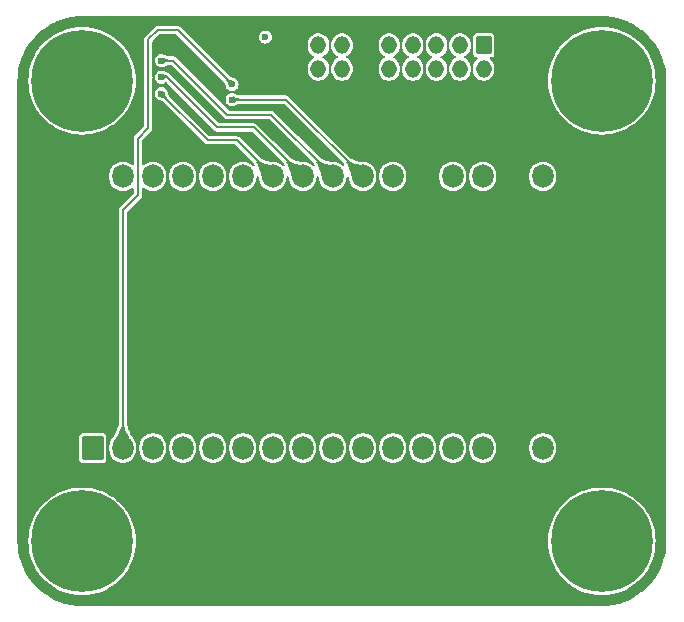
<source format=gbr>
%TF.GenerationSoftware,KiCad,Pcbnew,8.0.4*%
%TF.CreationDate,2024-08-09T00:15:22+02:00*%
%TF.ProjectId,ELE0124CL_control,454c4530-3132-4344-934c-5f636f6e7472,rev?*%
%TF.SameCoordinates,Original*%
%TF.FileFunction,Copper,L4,Bot*%
%TF.FilePolarity,Positive*%
%FSLAX46Y46*%
G04 Gerber Fmt 4.6, Leading zero omitted, Abs format (unit mm)*
G04 Created by KiCad (PCBNEW 8.0.4) date 2024-08-09 00:15:22*
%MOMM*%
%LPD*%
G01*
G04 APERTURE LIST*
G04 Aperture macros list*
%AMRoundRect*
0 Rectangle with rounded corners*
0 $1 Rounding radius*
0 $2 $3 $4 $5 $6 $7 $8 $9 X,Y pos of 4 corners*
0 Add a 4 corners polygon primitive as box body*
4,1,4,$2,$3,$4,$5,$6,$7,$8,$9,$2,$3,0*
0 Add four circle primitives for the rounded corners*
1,1,$1+$1,$2,$3*
1,1,$1+$1,$4,$5*
1,1,$1+$1,$6,$7*
1,1,$1+$1,$8,$9*
0 Add four rect primitives between the rounded corners*
20,1,$1+$1,$2,$3,$4,$5,0*
20,1,$1+$1,$4,$5,$6,$7,0*
20,1,$1+$1,$6,$7,$8,$9,0*
20,1,$1+$1,$8,$9,$2,$3,0*%
G04 Aperture macros list end*
%TA.AperFunction,ComponentPad*%
%ADD10C,1.200000*%
%TD*%
%TA.AperFunction,ComponentPad*%
%ADD11C,8.600000*%
%TD*%
%TA.AperFunction,ComponentPad*%
%ADD12RoundRect,0.043333X-0.606667X0.706667X-0.606667X-0.706667X0.606667X-0.706667X0.606667X0.706667X0*%
%TD*%
%TA.AperFunction,ComponentPad*%
%ADD13O,1.300000X1.500000*%
%TD*%
%TA.AperFunction,ComponentPad*%
%ADD14RoundRect,0.052941X0.847059X-0.947059X0.847059X0.947059X-0.847059X0.947059X-0.847059X-0.947059X0*%
%TD*%
%TA.AperFunction,ComponentPad*%
%ADD15O,1.800000X2.000000*%
%TD*%
%TA.AperFunction,ViaPad*%
%ADD16C,0.600000*%
%TD*%
%TA.AperFunction,Conductor*%
%ADD17C,0.200000*%
%TD*%
G04 APERTURE END LIST*
D10*
%TO.P,REF\u002A\u002A,1*%
%TO.N,N/C*%
X149775000Y-93000000D03*
X150719581Y-90719581D03*
X150719581Y-95280419D03*
X153000000Y-89775000D03*
D11*
X153000000Y-93000000D03*
D10*
X153000000Y-96225000D03*
X155280419Y-90719581D03*
X155280419Y-95280419D03*
X156225000Y-93000000D03*
%TD*%
%TO.P,REF\u002A\u002A,1*%
%TO.N,N/C*%
X149775000Y-54000000D03*
X150719581Y-51719581D03*
X150719581Y-56280419D03*
X153000000Y-50775000D03*
D11*
X153000000Y-54000000D03*
D10*
X153000000Y-57225000D03*
X155280419Y-51719581D03*
X155280419Y-56280419D03*
X156225000Y-54000000D03*
%TD*%
%TO.P,REF\u002A\u002A,1*%
%TO.N,N/C*%
X105775000Y-93000000D03*
X106719581Y-90719581D03*
X106719581Y-95280419D03*
X109000000Y-89775000D03*
D11*
X109000000Y-93000000D03*
D10*
X109000000Y-96225000D03*
X111280419Y-90719581D03*
X111280419Y-95280419D03*
X112225000Y-93000000D03*
%TD*%
%TO.P,REF\u002A\u002A,1*%
%TO.N,N/C*%
X105775000Y-54000000D03*
X106719581Y-51719581D03*
X106719581Y-56280419D03*
X109000000Y-50775000D03*
D11*
X109000000Y-54000000D03*
D10*
X109000000Y-57225000D03*
X111280419Y-51719581D03*
X111280419Y-56280419D03*
X112225000Y-54000000D03*
%TD*%
D12*
%TO.P,J2,1,Pin_1*%
%TO.N,/ADC_3*%
X143000000Y-51000000D03*
D13*
%TO.P,J2,2,Pin_2*%
%TO.N,/ADC_2*%
X143000000Y-53000000D03*
%TO.P,J2,3,Pin_3*%
%TO.N,/ADC_1*%
X141000000Y-51000000D03*
%TO.P,J2,4,Pin_4*%
%TO.N,/ADC_0*%
X141000000Y-53000000D03*
%TO.P,J2,5,Pin_5*%
%TO.N,/ADC_6*%
X139000000Y-51000000D03*
%TO.P,J2,6,Pin_6*%
%TO.N,/ADC_5*%
X139000000Y-53000000D03*
%TO.P,J2,7,Pin_7*%
%TO.N,/ADC_4*%
X137000000Y-51000000D03*
%TO.P,J2,8,Pin_8*%
%TO.N,+3V3*%
X137000000Y-53000000D03*
%TO.P,J2,9,Pin_9*%
%TO.N,/RESET*%
X135000000Y-51000000D03*
%TO.P,J2,10,Pin_10*%
%TO.N,+5V*%
X135000000Y-53000000D03*
%TO.P,J2,11,Pin_11*%
%TO.N,GND*%
X133000000Y-51000000D03*
%TO.P,J2,12,Pin_12*%
X133000000Y-53000000D03*
%TO.P,J2,13,Pin_13*%
%TO.N,/PWM_H2*%
X131000000Y-51000000D03*
%TO.P,J2,14,Pin_14*%
%TO.N,/PWM_L2*%
X131000000Y-53000000D03*
%TO.P,J2,15,Pin_15*%
%TO.N,/PWM_L1*%
X129000000Y-51000000D03*
%TO.P,J2,16,Pin_16*%
%TO.N,/PWM_H1*%
X129000000Y-53000000D03*
%TD*%
D14*
%TO.P,J1,1,Pin_1*%
%TO.N,+3V3*%
X109900000Y-85100000D03*
D15*
%TO.P,J1,2,Pin_2*%
%TO.N,/RESET_IN*%
X112440000Y-85100000D03*
%TO.P,J1,3,Pin_3*%
%TO.N,/ADC_IN_4*%
X114980000Y-85100000D03*
%TO.P,J1,4,Pin_4*%
%TO.N,/ADC_IN_5*%
X117520000Y-85100000D03*
%TO.P,J1,5,Pin_5*%
%TO.N,/ADC_IN_6*%
X120060000Y-85100000D03*
%TO.P,J1,6,Pin_6*%
%TO.N,unconnected-(J1-Pin_6-Pad6)*%
X122600000Y-85100000D03*
%TO.P,J1,7,Pin_7*%
%TO.N,/ADC_IN_0*%
X125140000Y-85100000D03*
%TO.P,J1,8,Pin_8*%
%TO.N,/ADC_IN_1*%
X127680000Y-85100000D03*
%TO.P,J1,9,Pin_9*%
%TO.N,unconnected-(J1-Pin_9-Pad9)*%
X130220000Y-85100000D03*
%TO.P,J1,10,Pin_10*%
%TO.N,unconnected-(J1-Pin_10-Pad10)*%
X132760000Y-85100000D03*
%TO.P,J1,11,Pin_11*%
%TO.N,unconnected-(J1-Pin_11-Pad11)*%
X135300000Y-85100000D03*
%TO.P,J1,12,Pin_12*%
%TO.N,/ADC_IN_2*%
X137840000Y-85100000D03*
%TO.P,J1,13,Pin_13*%
%TO.N,/ADC_IN_3*%
X140380000Y-85100000D03*
%TO.P,J1,14,Pin_14*%
%TO.N,+5V*%
X142920000Y-85100000D03*
%TO.P,J1,15,Pin_15*%
%TO.N,GND*%
X145460000Y-85100000D03*
%TO.P,J1,16,Pin_16*%
%TO.N,unconnected-(J1-Pin_16-Pad16)*%
X148000000Y-85100000D03*
%TD*%
D14*
%TO.P,J3,1,Pin_1*%
%TO.N,GND*%
X109900000Y-62100000D03*
D15*
%TO.P,J3,2,Pin_2*%
%TO.N,unconnected-(J3-Pin_2-Pad2)*%
X112440000Y-62100000D03*
%TO.P,J3,3,Pin_3*%
%TO.N,unconnected-(J3-Pin_3-Pad3)*%
X114980000Y-62100000D03*
%TO.P,J3,4,Pin_4*%
%TO.N,unconnected-(J3-Pin_4-Pad4)*%
X117520000Y-62100000D03*
%TO.P,J3,5,Pin_5*%
%TO.N,unconnected-(J3-Pin_5-Pad5)*%
X120060000Y-62100000D03*
%TO.P,J3,6,Pin_6*%
%TO.N,unconnected-(J3-Pin_6-Pad6)*%
X122600000Y-62100000D03*
%TO.P,J3,7,Pin_7*%
%TO.N,/PWM_IN_L2*%
X125140000Y-62100000D03*
%TO.P,J3,8,Pin_8*%
%TO.N,/PWM_IN_H1*%
X127680000Y-62100000D03*
%TO.P,J3,9,Pin_9*%
%TO.N,/PWM_IN_L1*%
X130220000Y-62100000D03*
%TO.P,J3,10,Pin_10*%
%TO.N,/PWM_IN_H2*%
X132760000Y-62100000D03*
%TO.P,J3,11,Pin_11*%
%TO.N,unconnected-(J3-Pin_11-Pad11)*%
X135300000Y-62100000D03*
%TO.P,J3,12,Pin_12*%
%TO.N,GND*%
X137840000Y-62100000D03*
%TO.P,J3,13,Pin_13*%
%TO.N,unconnected-(J3-Pin_13-Pad13)*%
X140380000Y-62100000D03*
%TO.P,J3,14,Pin_14*%
%TO.N,unconnected-(J3-Pin_14-Pad14)*%
X142920000Y-62100000D03*
%TO.P,J3,15,Pin_15*%
%TO.N,GND*%
X145460000Y-62100000D03*
%TO.P,J3,16,Pin_16*%
%TO.N,unconnected-(J3-Pin_16-Pad16)*%
X148000000Y-62100000D03*
%TD*%
D16*
%TO.N,GND*%
X121700000Y-52700000D03*
X130000000Y-54100000D03*
X127200000Y-51700000D03*
X115700000Y-56500000D03*
X148000000Y-70000000D03*
X122600000Y-82700000D03*
X132800000Y-64400000D03*
X142900000Y-82700000D03*
X117500000Y-82700000D03*
X145400000Y-82700000D03*
X135300000Y-82700000D03*
X125000000Y-82700000D03*
X139000000Y-89000000D03*
X117400000Y-87600000D03*
X115700000Y-50900000D03*
X148000000Y-82700000D03*
X137900000Y-64400000D03*
X116000000Y-89000000D03*
X137800000Y-82700000D03*
X148000000Y-75000000D03*
X119000000Y-92500000D03*
X110000000Y-75000000D03*
X123000000Y-92500000D03*
X130200000Y-82700000D03*
X130200000Y-64400000D03*
X131000000Y-89000000D03*
X148000000Y-64400000D03*
X143000000Y-87700000D03*
X123000000Y-89000000D03*
X140400000Y-64400000D03*
X135300000Y-64400000D03*
X142900000Y-58200000D03*
X146100000Y-89000000D03*
X153000000Y-70000000D03*
X127000000Y-92500000D03*
X137700000Y-58200000D03*
X132800000Y-82700000D03*
X135000000Y-92500000D03*
X115000000Y-70000000D03*
X121700000Y-49100000D03*
X120100000Y-82700000D03*
X140400000Y-60100000D03*
X143000000Y-92500000D03*
X148000000Y-58200000D03*
X110000000Y-70000000D03*
X120000000Y-70000000D03*
X115000000Y-75000000D03*
X153000000Y-75000000D03*
X142900000Y-64400000D03*
X127800000Y-54100000D03*
X131000000Y-92500000D03*
X139000000Y-92500000D03*
X115000000Y-82700000D03*
X135100000Y-58200000D03*
X140400000Y-82700000D03*
%TO.N,+5V*%
X124500000Y-50300000D03*
%TO.N,/PWM_IN_H2*%
X121700000Y-55600000D03*
%TO.N,/PWM_IN_L2*%
X115700000Y-55100000D03*
%TO.N,/PWM_IN_L1*%
X115700000Y-52300000D03*
%TO.N,/PWM_IN_H1*%
X115700000Y-53700000D03*
%TO.N,/RESET_IN*%
X121700000Y-54300000D03*
%TD*%
D17*
%TO.N,/PWM_IN_H2*%
X126250000Y-55600000D02*
X121700000Y-55600000D01*
X132760000Y-62100000D02*
X132750000Y-62100000D01*
X132750000Y-62100000D02*
X126250000Y-55600000D01*
%TO.N,/PWM_IN_L2*%
X115700000Y-55100000D02*
X119650000Y-59050000D01*
X119700000Y-59050000D02*
X122090000Y-59050000D01*
X119650000Y-59050000D02*
X119700000Y-59050000D01*
X122090000Y-59050000D02*
X125140000Y-62100000D01*
%TO.N,/PWM_IN_L1*%
X125020000Y-56900000D02*
X130220000Y-62100000D01*
X115700000Y-52300000D02*
X116700000Y-52300000D01*
X121300000Y-56900000D02*
X125020000Y-56900000D01*
X116700000Y-52300000D02*
X121300000Y-56900000D01*
%TO.N,/PWM_IN_H1*%
X123530000Y-57950000D02*
X127680000Y-62100000D01*
X116200000Y-53700000D02*
X120450000Y-57950000D01*
X120450000Y-57950000D02*
X123530000Y-57950000D01*
X115700000Y-53700000D02*
X116200000Y-53700000D01*
%TO.N,/RESET_IN*%
X112440000Y-64960000D02*
X113700000Y-63700000D01*
X117100000Y-49700000D02*
X121700000Y-54300000D01*
X114600000Y-58000000D02*
X114600000Y-50500000D01*
X113700000Y-63700000D02*
X113700000Y-58900000D01*
X114600000Y-50500000D02*
X115400000Y-49700000D01*
X112440000Y-85100000D02*
X112440000Y-64960000D01*
X115400000Y-49700000D02*
X117100000Y-49700000D01*
X113700000Y-58900000D02*
X114600000Y-58000000D01*
%TD*%
%TA.AperFunction,Conductor*%
%TO.N,GND*%
G36*
X152924753Y-48525501D02*
G01*
X152930816Y-48525501D01*
X152997963Y-48525501D01*
X153002054Y-48525586D01*
X153447988Y-48544029D01*
X153456126Y-48544703D01*
X153897005Y-48599659D01*
X153897013Y-48599660D01*
X153905082Y-48601006D01*
X154339915Y-48692181D01*
X154347827Y-48694185D01*
X154773633Y-48820953D01*
X154773643Y-48820956D01*
X154781360Y-48823604D01*
X155195293Y-48985121D01*
X155202730Y-48988384D01*
X155601904Y-49183528D01*
X155609092Y-49187419D01*
X155990746Y-49414835D01*
X155997596Y-49419310D01*
X156359176Y-49677473D01*
X156365633Y-49682499D01*
X156704647Y-49969629D01*
X156710667Y-49975170D01*
X157024829Y-50289332D01*
X157030370Y-50295352D01*
X157317500Y-50634366D01*
X157322526Y-50640823D01*
X157580689Y-51002403D01*
X157585164Y-51009253D01*
X157812580Y-51390907D01*
X157816475Y-51398103D01*
X158011610Y-51797258D01*
X158014882Y-51804718D01*
X158176387Y-52218617D01*
X158179043Y-52226356D01*
X158305811Y-52652162D01*
X158307820Y-52660094D01*
X158398992Y-53094916D01*
X158400339Y-53102986D01*
X158455295Y-53543865D01*
X158455970Y-53552020D01*
X158474414Y-53997945D01*
X158474499Y-54002036D01*
X158474499Y-54077158D01*
X158474500Y-54077171D01*
X158474500Y-92924736D01*
X158474499Y-92924754D01*
X158474499Y-92997963D01*
X158474414Y-93002054D01*
X158455970Y-93447979D01*
X158455295Y-93456134D01*
X158400339Y-93897013D01*
X158398992Y-93905083D01*
X158307820Y-94339905D01*
X158305811Y-94347837D01*
X158179043Y-94773643D01*
X158176387Y-94781381D01*
X158014887Y-95195270D01*
X158011606Y-95202750D01*
X157978567Y-95270334D01*
X157816475Y-95601896D01*
X157812580Y-95609092D01*
X157585164Y-95990746D01*
X157580689Y-95997596D01*
X157322526Y-96359176D01*
X157317500Y-96365633D01*
X157030370Y-96704647D01*
X157024829Y-96710667D01*
X156710667Y-97024829D01*
X156704647Y-97030370D01*
X156365633Y-97317500D01*
X156359176Y-97322526D01*
X155997596Y-97580689D01*
X155990746Y-97585164D01*
X155609092Y-97812580D01*
X155601896Y-97816475D01*
X155202753Y-98011605D01*
X155195272Y-98014886D01*
X154781382Y-98176387D01*
X154773643Y-98179043D01*
X154347837Y-98305811D01*
X154339905Y-98307820D01*
X153905083Y-98398992D01*
X153897013Y-98400339D01*
X153456134Y-98455295D01*
X153447979Y-98455970D01*
X153002054Y-98474414D01*
X152997963Y-98474499D01*
X152924753Y-98474499D01*
X152924737Y-98474500D01*
X109002036Y-98474500D01*
X108997945Y-98474415D01*
X108552019Y-98455971D01*
X108543864Y-98455296D01*
X108102985Y-98400340D01*
X108094915Y-98398993D01*
X107660093Y-98307821D01*
X107652160Y-98305812D01*
X107226365Y-98179046D01*
X107218627Y-98176390D01*
X106804729Y-98014888D01*
X106797245Y-98011605D01*
X106398100Y-97816475D01*
X106390906Y-97812581D01*
X106009252Y-97585165D01*
X106002402Y-97580690D01*
X105640823Y-97322527D01*
X105634367Y-97317501D01*
X105295352Y-97030371D01*
X105289331Y-97024830D01*
X104975169Y-96710668D01*
X104969628Y-96704647D01*
X104682498Y-96365632D01*
X104677472Y-96359176D01*
X104419309Y-95997597D01*
X104414834Y-95990747D01*
X104187418Y-95609093D01*
X104183523Y-95601897D01*
X104183523Y-95601896D01*
X103988389Y-95202743D01*
X103985116Y-95195281D01*
X103823609Y-94781372D01*
X103820953Y-94773634D01*
X103782829Y-94645579D01*
X103694182Y-94347822D01*
X103692178Y-94339906D01*
X103678601Y-94275156D01*
X103601005Y-93905083D01*
X103599659Y-93897014D01*
X103592184Y-93837045D01*
X103544702Y-93456127D01*
X103544028Y-93447980D01*
X103542883Y-93420305D01*
X103525585Y-93002054D01*
X103525542Y-92999992D01*
X104444639Y-92999992D01*
X104444639Y-93000007D01*
X104464069Y-93420305D01*
X104464070Y-93420310D01*
X104522203Y-93837047D01*
X104522204Y-93837052D01*
X104618535Y-94246629D01*
X104752249Y-94645579D01*
X104922207Y-95030498D01*
X105126951Y-95398085D01*
X105364736Y-95745209D01*
X105364741Y-95745215D01*
X105633540Y-96068918D01*
X105633543Y-96068921D01*
X105633548Y-96068927D01*
X105931073Y-96366452D01*
X106254782Y-96635257D01*
X106254786Y-96635260D01*
X106254790Y-96635263D01*
X106601914Y-96873048D01*
X106874414Y-97024829D01*
X106969501Y-97077792D01*
X107354414Y-97247748D01*
X107753366Y-97381463D01*
X108162955Y-97477797D01*
X108579684Y-97535929D01*
X108579690Y-97535929D01*
X108579694Y-97535930D01*
X108999992Y-97555361D01*
X109000000Y-97555361D01*
X109000008Y-97555361D01*
X109420305Y-97535930D01*
X109420308Y-97535929D01*
X109420316Y-97535929D01*
X109837045Y-97477797D01*
X110246634Y-97381463D01*
X110645586Y-97247748D01*
X111030499Y-97077792D01*
X111398089Y-96873046D01*
X111745218Y-96635257D01*
X112068927Y-96366452D01*
X112366452Y-96068927D01*
X112635257Y-95745218D01*
X112873046Y-95398089D01*
X113077792Y-95030499D01*
X113247748Y-94645586D01*
X113381463Y-94246634D01*
X113477797Y-93837045D01*
X113535929Y-93420316D01*
X113543516Y-93256225D01*
X113555361Y-93000007D01*
X113555361Y-92999992D01*
X148444639Y-92999992D01*
X148444639Y-93000007D01*
X148464069Y-93420305D01*
X148464070Y-93420310D01*
X148522203Y-93837047D01*
X148522204Y-93837052D01*
X148618535Y-94246629D01*
X148752249Y-94645579D01*
X148922207Y-95030498D01*
X149126951Y-95398085D01*
X149364736Y-95745209D01*
X149364741Y-95745215D01*
X149633540Y-96068918D01*
X149633543Y-96068921D01*
X149633548Y-96068927D01*
X149931073Y-96366452D01*
X150254782Y-96635257D01*
X150254786Y-96635260D01*
X150254790Y-96635263D01*
X150601914Y-96873048D01*
X150874414Y-97024829D01*
X150969501Y-97077792D01*
X151354414Y-97247748D01*
X151753366Y-97381463D01*
X152162955Y-97477797D01*
X152579684Y-97535929D01*
X152579690Y-97535929D01*
X152579694Y-97535930D01*
X152999992Y-97555361D01*
X153000000Y-97555361D01*
X153000008Y-97555361D01*
X153420305Y-97535930D01*
X153420308Y-97535929D01*
X153420316Y-97535929D01*
X153837045Y-97477797D01*
X154246634Y-97381463D01*
X154645586Y-97247748D01*
X155030499Y-97077792D01*
X155398089Y-96873046D01*
X155745218Y-96635257D01*
X156068927Y-96366452D01*
X156366452Y-96068927D01*
X156635257Y-95745218D01*
X156873046Y-95398089D01*
X157077792Y-95030499D01*
X157247748Y-94645586D01*
X157381463Y-94246634D01*
X157477797Y-93837045D01*
X157535929Y-93420316D01*
X157543516Y-93256225D01*
X157555361Y-93000007D01*
X157555361Y-92999992D01*
X157535930Y-92579694D01*
X157535929Y-92579689D01*
X157535929Y-92579684D01*
X157477797Y-92162955D01*
X157381463Y-91753366D01*
X157247748Y-91354414D01*
X157077792Y-90969501D01*
X156873046Y-90601911D01*
X156850279Y-90568676D01*
X156635263Y-90254790D01*
X156635258Y-90254784D01*
X156635257Y-90254782D01*
X156366452Y-89931073D01*
X156068927Y-89633548D01*
X156068921Y-89633543D01*
X156068918Y-89633540D01*
X155901450Y-89494477D01*
X155745218Y-89364743D01*
X155745214Y-89364740D01*
X155745209Y-89364736D01*
X155398085Y-89126951D01*
X155030498Y-88922207D01*
X154645579Y-88752249D01*
X154246629Y-88618535D01*
X153837052Y-88522204D01*
X153837047Y-88522203D01*
X153420310Y-88464070D01*
X153420305Y-88464069D01*
X153000008Y-88444639D01*
X152999992Y-88444639D01*
X152579694Y-88464069D01*
X152579689Y-88464070D01*
X152162952Y-88522203D01*
X152162947Y-88522204D01*
X151753370Y-88618535D01*
X151354420Y-88752249D01*
X150969501Y-88922207D01*
X150601914Y-89126951D01*
X150254790Y-89364736D01*
X150254784Y-89364741D01*
X149931081Y-89633540D01*
X149633540Y-89931081D01*
X149364741Y-90254784D01*
X149364736Y-90254790D01*
X149126951Y-90601914D01*
X148922207Y-90969501D01*
X148752249Y-91354420D01*
X148618535Y-91753370D01*
X148522204Y-92162947D01*
X148522203Y-92162952D01*
X148464070Y-92579689D01*
X148464069Y-92579694D01*
X148444639Y-92999992D01*
X113555361Y-92999992D01*
X113535930Y-92579694D01*
X113535929Y-92579689D01*
X113535929Y-92579684D01*
X113477797Y-92162955D01*
X113381463Y-91753366D01*
X113247748Y-91354414D01*
X113077792Y-90969501D01*
X112873046Y-90601911D01*
X112850279Y-90568676D01*
X112635263Y-90254790D01*
X112635258Y-90254784D01*
X112635257Y-90254782D01*
X112366452Y-89931073D01*
X112068927Y-89633548D01*
X112068921Y-89633543D01*
X112068918Y-89633540D01*
X111901450Y-89494477D01*
X111745218Y-89364743D01*
X111745214Y-89364740D01*
X111745209Y-89364736D01*
X111398085Y-89126951D01*
X111030498Y-88922207D01*
X110645579Y-88752249D01*
X110246629Y-88618535D01*
X109837052Y-88522204D01*
X109837047Y-88522203D01*
X109420310Y-88464070D01*
X109420305Y-88464069D01*
X109000008Y-88444639D01*
X108999992Y-88444639D01*
X108579694Y-88464069D01*
X108579689Y-88464070D01*
X108162952Y-88522203D01*
X108162947Y-88522204D01*
X107753370Y-88618535D01*
X107354420Y-88752249D01*
X106969501Y-88922207D01*
X106601914Y-89126951D01*
X106254790Y-89364736D01*
X106254784Y-89364741D01*
X105931081Y-89633540D01*
X105633540Y-89931081D01*
X105364741Y-90254784D01*
X105364736Y-90254790D01*
X105126951Y-90601914D01*
X104922207Y-90969501D01*
X104752249Y-91354420D01*
X104618535Y-91753370D01*
X104522204Y-92162947D01*
X104522203Y-92162952D01*
X104464070Y-92579689D01*
X104464069Y-92579694D01*
X104444639Y-92999992D01*
X103525542Y-92999992D01*
X103525500Y-92997964D01*
X103525500Y-84107636D01*
X108749500Y-84107636D01*
X108749500Y-86092357D01*
X108749501Y-86092360D01*
X108750112Y-86097632D01*
X108752443Y-86117734D01*
X108778033Y-86175691D01*
X108798267Y-86221515D01*
X108878485Y-86301733D01*
X108982265Y-86347556D01*
X109007639Y-86350500D01*
X110792360Y-86350499D01*
X110817735Y-86347556D01*
X110921515Y-86301733D01*
X111001733Y-86221515D01*
X111047556Y-86117735D01*
X111050500Y-86092361D01*
X111050499Y-84107640D01*
X111047556Y-84082265D01*
X111001733Y-83978485D01*
X110921515Y-83898267D01*
X110817735Y-83852444D01*
X110817734Y-83852443D01*
X110817732Y-83852443D01*
X110792363Y-83849500D01*
X109007642Y-83849500D01*
X109007641Y-83849500D01*
X109007640Y-83849501D01*
X109005003Y-83849806D01*
X108982265Y-83852443D01*
X108878485Y-83898267D01*
X108798267Y-83978485D01*
X108752443Y-84082267D01*
X108749500Y-84107636D01*
X103525500Y-84107636D01*
X103525500Y-61909450D01*
X111289500Y-61909450D01*
X111289500Y-62290549D01*
X111317828Y-62469406D01*
X111317829Y-62469409D01*
X111373789Y-62641639D01*
X111456004Y-62802994D01*
X111562447Y-62949501D01*
X111690499Y-63077553D01*
X111837006Y-63183996D01*
X111998361Y-63266211D01*
X112170591Y-63322171D01*
X112242136Y-63333502D01*
X112349451Y-63350500D01*
X112349454Y-63350500D01*
X112530549Y-63350500D01*
X112619977Y-63336335D01*
X112709409Y-63322171D01*
X112881639Y-63266211D01*
X113042994Y-63183996D01*
X113189501Y-63077553D01*
X113189504Y-63077549D01*
X113192309Y-63075512D01*
X113250500Y-63056604D01*
X113308690Y-63075511D01*
X113344654Y-63125011D01*
X113349500Y-63155604D01*
X113349500Y-63513810D01*
X113330593Y-63572001D01*
X113320504Y-63583814D01*
X112159530Y-64744788D01*
X112113386Y-64824712D01*
X112089500Y-64913857D01*
X112089500Y-83140702D01*
X112083446Y-83174791D01*
X112036548Y-83302660D01*
X112035818Y-83304587D01*
X111973864Y-83463215D01*
X111973000Y-83465355D01*
X111911521Y-83612545D01*
X111910488Y-83614928D01*
X111849733Y-83750282D01*
X111848499Y-83752924D01*
X111788553Y-83876510D01*
X111787043Y-83879493D01*
X111728248Y-83990933D01*
X111726387Y-83994299D01*
X111668983Y-84093554D01*
X111666674Y-84097348D01*
X111611124Y-84184163D01*
X111608225Y-84188443D01*
X111571911Y-84239155D01*
X111564872Y-84247458D01*
X111564971Y-84247543D01*
X111562446Y-84250498D01*
X111540780Y-84280319D01*
X111537516Y-84284565D01*
X111500788Y-84329755D01*
X111499855Y-84330910D01*
X111499851Y-84330915D01*
X111492669Y-84344699D01*
X111484968Y-84357139D01*
X111456002Y-84397008D01*
X111373788Y-84558362D01*
X111317828Y-84730593D01*
X111289500Y-84909450D01*
X111289500Y-85290549D01*
X111317828Y-85469406D01*
X111317829Y-85469409D01*
X111373789Y-85641639D01*
X111456004Y-85802994D01*
X111562447Y-85949501D01*
X111690499Y-86077553D01*
X111837006Y-86183996D01*
X111998361Y-86266211D01*
X112170591Y-86322171D01*
X112242136Y-86333502D01*
X112349451Y-86350500D01*
X112349454Y-86350500D01*
X112530549Y-86350500D01*
X112619977Y-86336335D01*
X112709409Y-86322171D01*
X112881639Y-86266211D01*
X113042994Y-86183996D01*
X113189501Y-86077553D01*
X113317553Y-85949501D01*
X113423996Y-85802994D01*
X113506211Y-85641639D01*
X113562171Y-85469409D01*
X113590500Y-85290546D01*
X113590500Y-84909454D01*
X113590500Y-84909450D01*
X113829500Y-84909450D01*
X113829500Y-85290549D01*
X113857828Y-85469406D01*
X113857829Y-85469409D01*
X113913789Y-85641639D01*
X113996004Y-85802994D01*
X114102447Y-85949501D01*
X114230499Y-86077553D01*
X114377006Y-86183996D01*
X114538361Y-86266211D01*
X114710591Y-86322171D01*
X114782136Y-86333502D01*
X114889451Y-86350500D01*
X114889454Y-86350500D01*
X115070549Y-86350500D01*
X115159977Y-86336335D01*
X115249409Y-86322171D01*
X115421639Y-86266211D01*
X115582994Y-86183996D01*
X115729501Y-86077553D01*
X115857553Y-85949501D01*
X115963996Y-85802994D01*
X116046211Y-85641639D01*
X116102171Y-85469409D01*
X116130500Y-85290546D01*
X116130500Y-84909454D01*
X116130500Y-84909450D01*
X116369500Y-84909450D01*
X116369500Y-85290549D01*
X116397828Y-85469406D01*
X116397829Y-85469409D01*
X116453789Y-85641639D01*
X116536004Y-85802994D01*
X116642447Y-85949501D01*
X116770499Y-86077553D01*
X116917006Y-86183996D01*
X117078361Y-86266211D01*
X117250591Y-86322171D01*
X117322136Y-86333502D01*
X117429451Y-86350500D01*
X117429454Y-86350500D01*
X117610549Y-86350500D01*
X117699977Y-86336335D01*
X117789409Y-86322171D01*
X117961639Y-86266211D01*
X118122994Y-86183996D01*
X118269501Y-86077553D01*
X118397553Y-85949501D01*
X118503996Y-85802994D01*
X118586211Y-85641639D01*
X118642171Y-85469409D01*
X118670500Y-85290546D01*
X118670500Y-84909454D01*
X118670500Y-84909450D01*
X118909500Y-84909450D01*
X118909500Y-85290549D01*
X118937828Y-85469406D01*
X118937829Y-85469409D01*
X118993789Y-85641639D01*
X119076004Y-85802994D01*
X119182447Y-85949501D01*
X119310499Y-86077553D01*
X119457006Y-86183996D01*
X119618361Y-86266211D01*
X119790591Y-86322171D01*
X119862136Y-86333502D01*
X119969451Y-86350500D01*
X119969454Y-86350500D01*
X120150549Y-86350500D01*
X120239977Y-86336335D01*
X120329409Y-86322171D01*
X120501639Y-86266211D01*
X120662994Y-86183996D01*
X120809501Y-86077553D01*
X120937553Y-85949501D01*
X121043996Y-85802994D01*
X121126211Y-85641639D01*
X121182171Y-85469409D01*
X121210500Y-85290546D01*
X121210500Y-84909454D01*
X121210500Y-84909450D01*
X121449500Y-84909450D01*
X121449500Y-85290549D01*
X121477828Y-85469406D01*
X121477829Y-85469409D01*
X121533789Y-85641639D01*
X121616004Y-85802994D01*
X121722447Y-85949501D01*
X121850499Y-86077553D01*
X121997006Y-86183996D01*
X122158361Y-86266211D01*
X122330591Y-86322171D01*
X122402136Y-86333502D01*
X122509451Y-86350500D01*
X122509454Y-86350500D01*
X122690549Y-86350500D01*
X122779977Y-86336335D01*
X122869409Y-86322171D01*
X123041639Y-86266211D01*
X123202994Y-86183996D01*
X123349501Y-86077553D01*
X123477553Y-85949501D01*
X123583996Y-85802994D01*
X123666211Y-85641639D01*
X123722171Y-85469409D01*
X123750500Y-85290546D01*
X123750500Y-84909454D01*
X123750500Y-84909450D01*
X123989500Y-84909450D01*
X123989500Y-85290549D01*
X124017828Y-85469406D01*
X124017829Y-85469409D01*
X124073789Y-85641639D01*
X124156004Y-85802994D01*
X124262447Y-85949501D01*
X124390499Y-86077553D01*
X124537006Y-86183996D01*
X124698361Y-86266211D01*
X124870591Y-86322171D01*
X124942136Y-86333502D01*
X125049451Y-86350500D01*
X125049454Y-86350500D01*
X125230549Y-86350500D01*
X125319977Y-86336335D01*
X125409409Y-86322171D01*
X125581639Y-86266211D01*
X125742994Y-86183996D01*
X125889501Y-86077553D01*
X126017553Y-85949501D01*
X126123996Y-85802994D01*
X126206211Y-85641639D01*
X126262171Y-85469409D01*
X126290500Y-85290546D01*
X126290500Y-84909454D01*
X126290500Y-84909450D01*
X126529500Y-84909450D01*
X126529500Y-85290549D01*
X126557828Y-85469406D01*
X126557829Y-85469409D01*
X126613789Y-85641639D01*
X126696004Y-85802994D01*
X126802447Y-85949501D01*
X126930499Y-86077553D01*
X127077006Y-86183996D01*
X127238361Y-86266211D01*
X127410591Y-86322171D01*
X127482136Y-86333502D01*
X127589451Y-86350500D01*
X127589454Y-86350500D01*
X127770549Y-86350500D01*
X127859977Y-86336335D01*
X127949409Y-86322171D01*
X128121639Y-86266211D01*
X128282994Y-86183996D01*
X128429501Y-86077553D01*
X128557553Y-85949501D01*
X128663996Y-85802994D01*
X128746211Y-85641639D01*
X128802171Y-85469409D01*
X128830500Y-85290546D01*
X128830500Y-84909454D01*
X128830500Y-84909450D01*
X129069500Y-84909450D01*
X129069500Y-85290549D01*
X129097828Y-85469406D01*
X129097829Y-85469409D01*
X129153789Y-85641639D01*
X129236004Y-85802994D01*
X129342447Y-85949501D01*
X129470499Y-86077553D01*
X129617006Y-86183996D01*
X129778361Y-86266211D01*
X129950591Y-86322171D01*
X130022136Y-86333502D01*
X130129451Y-86350500D01*
X130129454Y-86350500D01*
X130310549Y-86350500D01*
X130399977Y-86336335D01*
X130489409Y-86322171D01*
X130661639Y-86266211D01*
X130822994Y-86183996D01*
X130969501Y-86077553D01*
X131097553Y-85949501D01*
X131203996Y-85802994D01*
X131286211Y-85641639D01*
X131342171Y-85469409D01*
X131370500Y-85290546D01*
X131370500Y-84909454D01*
X131370500Y-84909450D01*
X131609500Y-84909450D01*
X131609500Y-85290549D01*
X131637828Y-85469406D01*
X131637829Y-85469409D01*
X131693789Y-85641639D01*
X131776004Y-85802994D01*
X131882447Y-85949501D01*
X132010499Y-86077553D01*
X132157006Y-86183996D01*
X132318361Y-86266211D01*
X132490591Y-86322171D01*
X132562136Y-86333502D01*
X132669451Y-86350500D01*
X132669454Y-86350500D01*
X132850549Y-86350500D01*
X132939977Y-86336335D01*
X133029409Y-86322171D01*
X133201639Y-86266211D01*
X133362994Y-86183996D01*
X133509501Y-86077553D01*
X133637553Y-85949501D01*
X133743996Y-85802994D01*
X133826211Y-85641639D01*
X133882171Y-85469409D01*
X133910500Y-85290546D01*
X133910500Y-84909454D01*
X133910500Y-84909450D01*
X134149500Y-84909450D01*
X134149500Y-85290549D01*
X134177828Y-85469406D01*
X134177829Y-85469409D01*
X134233789Y-85641639D01*
X134316004Y-85802994D01*
X134422447Y-85949501D01*
X134550499Y-86077553D01*
X134697006Y-86183996D01*
X134858361Y-86266211D01*
X135030591Y-86322171D01*
X135102136Y-86333502D01*
X135209451Y-86350500D01*
X135209454Y-86350500D01*
X135390549Y-86350500D01*
X135479977Y-86336335D01*
X135569409Y-86322171D01*
X135741639Y-86266211D01*
X135902994Y-86183996D01*
X136049501Y-86077553D01*
X136177553Y-85949501D01*
X136283996Y-85802994D01*
X136366211Y-85641639D01*
X136422171Y-85469409D01*
X136450500Y-85290546D01*
X136450500Y-84909454D01*
X136450500Y-84909450D01*
X136689500Y-84909450D01*
X136689500Y-85290549D01*
X136717828Y-85469406D01*
X136717829Y-85469409D01*
X136773789Y-85641639D01*
X136856004Y-85802994D01*
X136962447Y-85949501D01*
X137090499Y-86077553D01*
X137237006Y-86183996D01*
X137398361Y-86266211D01*
X137570591Y-86322171D01*
X137642136Y-86333502D01*
X137749451Y-86350500D01*
X137749454Y-86350500D01*
X137930549Y-86350500D01*
X138019977Y-86336335D01*
X138109409Y-86322171D01*
X138281639Y-86266211D01*
X138442994Y-86183996D01*
X138589501Y-86077553D01*
X138717553Y-85949501D01*
X138823996Y-85802994D01*
X138906211Y-85641639D01*
X138962171Y-85469409D01*
X138990500Y-85290546D01*
X138990500Y-84909454D01*
X138990500Y-84909450D01*
X139229500Y-84909450D01*
X139229500Y-85290549D01*
X139257828Y-85469406D01*
X139257829Y-85469409D01*
X139313789Y-85641639D01*
X139396004Y-85802994D01*
X139502447Y-85949501D01*
X139630499Y-86077553D01*
X139777006Y-86183996D01*
X139938361Y-86266211D01*
X140110591Y-86322171D01*
X140182136Y-86333502D01*
X140289451Y-86350500D01*
X140289454Y-86350500D01*
X140470549Y-86350500D01*
X140559977Y-86336335D01*
X140649409Y-86322171D01*
X140821639Y-86266211D01*
X140982994Y-86183996D01*
X141129501Y-86077553D01*
X141257553Y-85949501D01*
X141363996Y-85802994D01*
X141446211Y-85641639D01*
X141502171Y-85469409D01*
X141530500Y-85290546D01*
X141530500Y-84909454D01*
X141530500Y-84909450D01*
X141769500Y-84909450D01*
X141769500Y-85290549D01*
X141797828Y-85469406D01*
X141797829Y-85469409D01*
X141853789Y-85641639D01*
X141936004Y-85802994D01*
X142042447Y-85949501D01*
X142170499Y-86077553D01*
X142317006Y-86183996D01*
X142478361Y-86266211D01*
X142650591Y-86322171D01*
X142722136Y-86333502D01*
X142829451Y-86350500D01*
X142829454Y-86350500D01*
X143010549Y-86350500D01*
X143099977Y-86336335D01*
X143189409Y-86322171D01*
X143361639Y-86266211D01*
X143522994Y-86183996D01*
X143669501Y-86077553D01*
X143797553Y-85949501D01*
X143903996Y-85802994D01*
X143986211Y-85641639D01*
X144042171Y-85469409D01*
X144070500Y-85290546D01*
X144070500Y-84909454D01*
X144070500Y-84909450D01*
X146849500Y-84909450D01*
X146849500Y-85290549D01*
X146877828Y-85469406D01*
X146877829Y-85469409D01*
X146933789Y-85641639D01*
X147016004Y-85802994D01*
X147122447Y-85949501D01*
X147250499Y-86077553D01*
X147397006Y-86183996D01*
X147558361Y-86266211D01*
X147730591Y-86322171D01*
X147802136Y-86333502D01*
X147909451Y-86350500D01*
X147909454Y-86350500D01*
X148090549Y-86350500D01*
X148179977Y-86336335D01*
X148269409Y-86322171D01*
X148441639Y-86266211D01*
X148602994Y-86183996D01*
X148749501Y-86077553D01*
X148877553Y-85949501D01*
X148983996Y-85802994D01*
X149066211Y-85641639D01*
X149122171Y-85469409D01*
X149150500Y-85290546D01*
X149150500Y-84909454D01*
X149150500Y-84909450D01*
X149122171Y-84730593D01*
X149122171Y-84730591D01*
X149066211Y-84558361D01*
X148983996Y-84397006D01*
X148877553Y-84250499D01*
X148749501Y-84122447D01*
X148602994Y-84016004D01*
X148602993Y-84016003D01*
X148602991Y-84016002D01*
X148441637Y-83933788D01*
X148269406Y-83877828D01*
X148090549Y-83849500D01*
X148090546Y-83849500D01*
X147909454Y-83849500D01*
X147909451Y-83849500D01*
X147730593Y-83877828D01*
X147558362Y-83933788D01*
X147397008Y-84016002D01*
X147323752Y-84069225D01*
X147250499Y-84122447D01*
X147122447Y-84250499D01*
X147099193Y-84282506D01*
X147016002Y-84397008D01*
X146933788Y-84558362D01*
X146877828Y-84730593D01*
X146849500Y-84909450D01*
X144070500Y-84909450D01*
X144042171Y-84730593D01*
X144042171Y-84730591D01*
X143986211Y-84558361D01*
X143903996Y-84397006D01*
X143797553Y-84250499D01*
X143669501Y-84122447D01*
X143522994Y-84016004D01*
X143522993Y-84016003D01*
X143522991Y-84016002D01*
X143361637Y-83933788D01*
X143189406Y-83877828D01*
X143010549Y-83849500D01*
X143010546Y-83849500D01*
X142829454Y-83849500D01*
X142829451Y-83849500D01*
X142650593Y-83877828D01*
X142478362Y-83933788D01*
X142317008Y-84016002D01*
X142243752Y-84069225D01*
X142170499Y-84122447D01*
X142042447Y-84250499D01*
X142019193Y-84282506D01*
X141936002Y-84397008D01*
X141853788Y-84558362D01*
X141797828Y-84730593D01*
X141769500Y-84909450D01*
X141530500Y-84909450D01*
X141502171Y-84730593D01*
X141502171Y-84730591D01*
X141446211Y-84558361D01*
X141363996Y-84397006D01*
X141257553Y-84250499D01*
X141129501Y-84122447D01*
X140982994Y-84016004D01*
X140982993Y-84016003D01*
X140982991Y-84016002D01*
X140821637Y-83933788D01*
X140649406Y-83877828D01*
X140470549Y-83849500D01*
X140470546Y-83849500D01*
X140289454Y-83849500D01*
X140289451Y-83849500D01*
X140110593Y-83877828D01*
X139938362Y-83933788D01*
X139777008Y-84016002D01*
X139703752Y-84069225D01*
X139630499Y-84122447D01*
X139502447Y-84250499D01*
X139479193Y-84282506D01*
X139396002Y-84397008D01*
X139313788Y-84558362D01*
X139257828Y-84730593D01*
X139229500Y-84909450D01*
X138990500Y-84909450D01*
X138962171Y-84730593D01*
X138962171Y-84730591D01*
X138906211Y-84558361D01*
X138823996Y-84397006D01*
X138717553Y-84250499D01*
X138589501Y-84122447D01*
X138442994Y-84016004D01*
X138442993Y-84016003D01*
X138442991Y-84016002D01*
X138281637Y-83933788D01*
X138109406Y-83877828D01*
X137930549Y-83849500D01*
X137930546Y-83849500D01*
X137749454Y-83849500D01*
X137749451Y-83849500D01*
X137570593Y-83877828D01*
X137398362Y-83933788D01*
X137237008Y-84016002D01*
X137163752Y-84069225D01*
X137090499Y-84122447D01*
X136962447Y-84250499D01*
X136939193Y-84282506D01*
X136856002Y-84397008D01*
X136773788Y-84558362D01*
X136717828Y-84730593D01*
X136689500Y-84909450D01*
X136450500Y-84909450D01*
X136422171Y-84730593D01*
X136422171Y-84730591D01*
X136366211Y-84558361D01*
X136283996Y-84397006D01*
X136177553Y-84250499D01*
X136049501Y-84122447D01*
X135902994Y-84016004D01*
X135902993Y-84016003D01*
X135902991Y-84016002D01*
X135741637Y-83933788D01*
X135569406Y-83877828D01*
X135390549Y-83849500D01*
X135390546Y-83849500D01*
X135209454Y-83849500D01*
X135209451Y-83849500D01*
X135030593Y-83877828D01*
X134858362Y-83933788D01*
X134697008Y-84016002D01*
X134623752Y-84069225D01*
X134550499Y-84122447D01*
X134422447Y-84250499D01*
X134399193Y-84282506D01*
X134316002Y-84397008D01*
X134233788Y-84558362D01*
X134177828Y-84730593D01*
X134149500Y-84909450D01*
X133910500Y-84909450D01*
X133882171Y-84730593D01*
X133882171Y-84730591D01*
X133826211Y-84558361D01*
X133743996Y-84397006D01*
X133637553Y-84250499D01*
X133509501Y-84122447D01*
X133362994Y-84016004D01*
X133362993Y-84016003D01*
X133362991Y-84016002D01*
X133201637Y-83933788D01*
X133029406Y-83877828D01*
X132850549Y-83849500D01*
X132850546Y-83849500D01*
X132669454Y-83849500D01*
X132669451Y-83849500D01*
X132490593Y-83877828D01*
X132318362Y-83933788D01*
X132157008Y-84016002D01*
X132083752Y-84069225D01*
X132010499Y-84122447D01*
X131882447Y-84250499D01*
X131859193Y-84282506D01*
X131776002Y-84397008D01*
X131693788Y-84558362D01*
X131637828Y-84730593D01*
X131609500Y-84909450D01*
X131370500Y-84909450D01*
X131342171Y-84730593D01*
X131342171Y-84730591D01*
X131286211Y-84558361D01*
X131203996Y-84397006D01*
X131097553Y-84250499D01*
X130969501Y-84122447D01*
X130822994Y-84016004D01*
X130822993Y-84016003D01*
X130822991Y-84016002D01*
X130661637Y-83933788D01*
X130489406Y-83877828D01*
X130310549Y-83849500D01*
X130310546Y-83849500D01*
X130129454Y-83849500D01*
X130129451Y-83849500D01*
X129950593Y-83877828D01*
X129778362Y-83933788D01*
X129617008Y-84016002D01*
X129543752Y-84069225D01*
X129470499Y-84122447D01*
X129342447Y-84250499D01*
X129319193Y-84282506D01*
X129236002Y-84397008D01*
X129153788Y-84558362D01*
X129097828Y-84730593D01*
X129069500Y-84909450D01*
X128830500Y-84909450D01*
X128802171Y-84730593D01*
X128802171Y-84730591D01*
X128746211Y-84558361D01*
X128663996Y-84397006D01*
X128557553Y-84250499D01*
X128429501Y-84122447D01*
X128282994Y-84016004D01*
X128282993Y-84016003D01*
X128282991Y-84016002D01*
X128121637Y-83933788D01*
X127949406Y-83877828D01*
X127770549Y-83849500D01*
X127770546Y-83849500D01*
X127589454Y-83849500D01*
X127589451Y-83849500D01*
X127410593Y-83877828D01*
X127238362Y-83933788D01*
X127077008Y-84016002D01*
X127003752Y-84069225D01*
X126930499Y-84122447D01*
X126802447Y-84250499D01*
X126779193Y-84282506D01*
X126696002Y-84397008D01*
X126613788Y-84558362D01*
X126557828Y-84730593D01*
X126529500Y-84909450D01*
X126290500Y-84909450D01*
X126262171Y-84730593D01*
X126262171Y-84730591D01*
X126206211Y-84558361D01*
X126123996Y-84397006D01*
X126017553Y-84250499D01*
X125889501Y-84122447D01*
X125742994Y-84016004D01*
X125742993Y-84016003D01*
X125742991Y-84016002D01*
X125581637Y-83933788D01*
X125409406Y-83877828D01*
X125230549Y-83849500D01*
X125230546Y-83849500D01*
X125049454Y-83849500D01*
X125049451Y-83849500D01*
X124870593Y-83877828D01*
X124698362Y-83933788D01*
X124537008Y-84016002D01*
X124463752Y-84069225D01*
X124390499Y-84122447D01*
X124262447Y-84250499D01*
X124239193Y-84282506D01*
X124156002Y-84397008D01*
X124073788Y-84558362D01*
X124017828Y-84730593D01*
X123989500Y-84909450D01*
X123750500Y-84909450D01*
X123722171Y-84730593D01*
X123722171Y-84730591D01*
X123666211Y-84558361D01*
X123583996Y-84397006D01*
X123477553Y-84250499D01*
X123349501Y-84122447D01*
X123202994Y-84016004D01*
X123202993Y-84016003D01*
X123202991Y-84016002D01*
X123041637Y-83933788D01*
X122869406Y-83877828D01*
X122690549Y-83849500D01*
X122690546Y-83849500D01*
X122509454Y-83849500D01*
X122509451Y-83849500D01*
X122330593Y-83877828D01*
X122158362Y-83933788D01*
X121997008Y-84016002D01*
X121923752Y-84069225D01*
X121850499Y-84122447D01*
X121722447Y-84250499D01*
X121699193Y-84282506D01*
X121616002Y-84397008D01*
X121533788Y-84558362D01*
X121477828Y-84730593D01*
X121449500Y-84909450D01*
X121210500Y-84909450D01*
X121182171Y-84730593D01*
X121182171Y-84730591D01*
X121126211Y-84558361D01*
X121043996Y-84397006D01*
X120937553Y-84250499D01*
X120809501Y-84122447D01*
X120662994Y-84016004D01*
X120662993Y-84016003D01*
X120662991Y-84016002D01*
X120501637Y-83933788D01*
X120329406Y-83877828D01*
X120150549Y-83849500D01*
X120150546Y-83849500D01*
X119969454Y-83849500D01*
X119969451Y-83849500D01*
X119790593Y-83877828D01*
X119618362Y-83933788D01*
X119457008Y-84016002D01*
X119383752Y-84069225D01*
X119310499Y-84122447D01*
X119182447Y-84250499D01*
X119159193Y-84282506D01*
X119076002Y-84397008D01*
X118993788Y-84558362D01*
X118937828Y-84730593D01*
X118909500Y-84909450D01*
X118670500Y-84909450D01*
X118642171Y-84730593D01*
X118642171Y-84730591D01*
X118586211Y-84558361D01*
X118503996Y-84397006D01*
X118397553Y-84250499D01*
X118269501Y-84122447D01*
X118122994Y-84016004D01*
X118122993Y-84016003D01*
X118122991Y-84016002D01*
X117961637Y-83933788D01*
X117789406Y-83877828D01*
X117610549Y-83849500D01*
X117610546Y-83849500D01*
X117429454Y-83849500D01*
X117429451Y-83849500D01*
X117250593Y-83877828D01*
X117078362Y-83933788D01*
X116917008Y-84016002D01*
X116843752Y-84069225D01*
X116770499Y-84122447D01*
X116642447Y-84250499D01*
X116619193Y-84282506D01*
X116536002Y-84397008D01*
X116453788Y-84558362D01*
X116397828Y-84730593D01*
X116369500Y-84909450D01*
X116130500Y-84909450D01*
X116102171Y-84730593D01*
X116102171Y-84730591D01*
X116046211Y-84558361D01*
X115963996Y-84397006D01*
X115857553Y-84250499D01*
X115729501Y-84122447D01*
X115582994Y-84016004D01*
X115582993Y-84016003D01*
X115582991Y-84016002D01*
X115421637Y-83933788D01*
X115249406Y-83877828D01*
X115070549Y-83849500D01*
X115070546Y-83849500D01*
X114889454Y-83849500D01*
X114889451Y-83849500D01*
X114710593Y-83877828D01*
X114538362Y-83933788D01*
X114377008Y-84016002D01*
X114303752Y-84069225D01*
X114230499Y-84122447D01*
X114102447Y-84250499D01*
X114079193Y-84282506D01*
X113996002Y-84397008D01*
X113913788Y-84558362D01*
X113857828Y-84730593D01*
X113829500Y-84909450D01*
X113590500Y-84909450D01*
X113562171Y-84730593D01*
X113562171Y-84730591D01*
X113506211Y-84558361D01*
X113423996Y-84397006D01*
X113394167Y-84355950D01*
X113386733Y-84344018D01*
X113379809Y-84330915D01*
X113379167Y-84329699D01*
X113379166Y-84329698D01*
X113342503Y-84284592D01*
X113339233Y-84280339D01*
X113317556Y-84250503D01*
X113315028Y-84247543D01*
X113315126Y-84247458D01*
X113308075Y-84239144D01*
X113271771Y-84188443D01*
X113268874Y-84184165D01*
X113213337Y-84097369D01*
X113211028Y-84093575D01*
X113153612Y-83994299D01*
X113151751Y-83990933D01*
X113092937Y-83879461D01*
X113091422Y-83876468D01*
X113031508Y-83752946D01*
X113030278Y-83750312D01*
X112969500Y-83614908D01*
X112968467Y-83612526D01*
X112906993Y-83465347D01*
X112906129Y-83463208D01*
X112844147Y-83304508D01*
X112843494Y-83302785D01*
X112796552Y-83174789D01*
X112790500Y-83140705D01*
X112790500Y-65146189D01*
X112809407Y-65087998D01*
X112819490Y-65076191D01*
X113980470Y-63915212D01*
X114026614Y-63835288D01*
X114050500Y-63746144D01*
X114050500Y-63136561D01*
X114069407Y-63078370D01*
X114118907Y-63042406D01*
X114180093Y-63042406D01*
X114219501Y-63066555D01*
X114230499Y-63077553D01*
X114377006Y-63183996D01*
X114538361Y-63266211D01*
X114710591Y-63322171D01*
X114782136Y-63333502D01*
X114889451Y-63350500D01*
X114889454Y-63350500D01*
X115070549Y-63350500D01*
X115159977Y-63336335D01*
X115249409Y-63322171D01*
X115421639Y-63266211D01*
X115582994Y-63183996D01*
X115729501Y-63077553D01*
X115857553Y-62949501D01*
X115963996Y-62802994D01*
X116046211Y-62641639D01*
X116102171Y-62469409D01*
X116130500Y-62290546D01*
X116130500Y-61909454D01*
X116130500Y-61909450D01*
X116369500Y-61909450D01*
X116369500Y-62290549D01*
X116397828Y-62469406D01*
X116397829Y-62469409D01*
X116453789Y-62641639D01*
X116536004Y-62802994D01*
X116642447Y-62949501D01*
X116770499Y-63077553D01*
X116917006Y-63183996D01*
X117078361Y-63266211D01*
X117250591Y-63322171D01*
X117322136Y-63333502D01*
X117429451Y-63350500D01*
X117429454Y-63350500D01*
X117610549Y-63350500D01*
X117699977Y-63336335D01*
X117789409Y-63322171D01*
X117961639Y-63266211D01*
X118122994Y-63183996D01*
X118269501Y-63077553D01*
X118397553Y-62949501D01*
X118503996Y-62802994D01*
X118586211Y-62641639D01*
X118642171Y-62469409D01*
X118670500Y-62290546D01*
X118670500Y-61909454D01*
X118670500Y-61909450D01*
X118909500Y-61909450D01*
X118909500Y-62290549D01*
X118937828Y-62469406D01*
X118937829Y-62469409D01*
X118993789Y-62641639D01*
X119076004Y-62802994D01*
X119182447Y-62949501D01*
X119310499Y-63077553D01*
X119457006Y-63183996D01*
X119618361Y-63266211D01*
X119790591Y-63322171D01*
X119862136Y-63333502D01*
X119969451Y-63350500D01*
X119969454Y-63350500D01*
X120150549Y-63350500D01*
X120239977Y-63336335D01*
X120329409Y-63322171D01*
X120501639Y-63266211D01*
X120662994Y-63183996D01*
X120809501Y-63077553D01*
X120937553Y-62949501D01*
X121043996Y-62802994D01*
X121126211Y-62641639D01*
X121182171Y-62469409D01*
X121210500Y-62290546D01*
X121210500Y-61909454D01*
X121210500Y-61909450D01*
X121182171Y-61730593D01*
X121182171Y-61730591D01*
X121126211Y-61558361D01*
X121043996Y-61397006D01*
X120937553Y-61250499D01*
X120809501Y-61122447D01*
X120662994Y-61016004D01*
X120662993Y-61016003D01*
X120662991Y-61016002D01*
X120501637Y-60933788D01*
X120329406Y-60877828D01*
X120150549Y-60849500D01*
X120150546Y-60849500D01*
X119969454Y-60849500D01*
X119969451Y-60849500D01*
X119790593Y-60877828D01*
X119618362Y-60933788D01*
X119457008Y-61016002D01*
X119384295Y-61068831D01*
X119310499Y-61122447D01*
X119182447Y-61250499D01*
X119130500Y-61321998D01*
X119076002Y-61397008D01*
X118993788Y-61558362D01*
X118937828Y-61730593D01*
X118909500Y-61909450D01*
X118670500Y-61909450D01*
X118642171Y-61730593D01*
X118642171Y-61730591D01*
X118586211Y-61558361D01*
X118503996Y-61397006D01*
X118397553Y-61250499D01*
X118269501Y-61122447D01*
X118122994Y-61016004D01*
X118122993Y-61016003D01*
X118122991Y-61016002D01*
X117961637Y-60933788D01*
X117789406Y-60877828D01*
X117610549Y-60849500D01*
X117610546Y-60849500D01*
X117429454Y-60849500D01*
X117429451Y-60849500D01*
X117250593Y-60877828D01*
X117078362Y-60933788D01*
X116917008Y-61016002D01*
X116844295Y-61068831D01*
X116770499Y-61122447D01*
X116642447Y-61250499D01*
X116590500Y-61321998D01*
X116536002Y-61397008D01*
X116453788Y-61558362D01*
X116397828Y-61730593D01*
X116369500Y-61909450D01*
X116130500Y-61909450D01*
X116102171Y-61730593D01*
X116102171Y-61730591D01*
X116046211Y-61558361D01*
X115963996Y-61397006D01*
X115857553Y-61250499D01*
X115729501Y-61122447D01*
X115582994Y-61016004D01*
X115582993Y-61016003D01*
X115582991Y-61016002D01*
X115421637Y-60933788D01*
X115249406Y-60877828D01*
X115070549Y-60849500D01*
X115070546Y-60849500D01*
X114889454Y-60849500D01*
X114889451Y-60849500D01*
X114710593Y-60877828D01*
X114538362Y-60933788D01*
X114377008Y-61016002D01*
X114304295Y-61068831D01*
X114230499Y-61122447D01*
X114219501Y-61133444D01*
X114164987Y-61161220D01*
X114104555Y-61151649D01*
X114061290Y-61108384D01*
X114050500Y-61063439D01*
X114050500Y-59086189D01*
X114069407Y-59027998D01*
X114079490Y-59016191D01*
X114880470Y-58215212D01*
X114926614Y-58135288D01*
X114940011Y-58085288D01*
X114950500Y-58046144D01*
X114950500Y-55134972D01*
X114960470Y-55104285D01*
X114950500Y-55065027D01*
X114950500Y-53734972D01*
X114960470Y-53704285D01*
X114950500Y-53665027D01*
X114950500Y-52334972D01*
X114960470Y-52304285D01*
X114958883Y-52298035D01*
X115138072Y-52298035D01*
X115147653Y-52322050D01*
X115163669Y-52443708D01*
X115163670Y-52443709D01*
X115219139Y-52577625D01*
X115307379Y-52692621D01*
X115422375Y-52780861D01*
X115556291Y-52836330D01*
X115700000Y-52855250D01*
X115843709Y-52836330D01*
X115843712Y-52836328D01*
X115843715Y-52836328D01*
X115896075Y-52814639D01*
X115911840Y-52809605D01*
X115930339Y-52805365D01*
X115983666Y-52781442D01*
X115990313Y-52778344D01*
X115990692Y-52778160D01*
X115990924Y-52778049D01*
X115994025Y-52776493D01*
X115997561Y-52774720D01*
X116049722Y-52747599D01*
X116054932Y-52744813D01*
X116055405Y-52744553D01*
X116060520Y-52741665D01*
X116104102Y-52716387D01*
X116104183Y-52716338D01*
X116104239Y-52716307D01*
X116105945Y-52715306D01*
X116105958Y-52715297D01*
X116106042Y-52715249D01*
X116106238Y-52715133D01*
X116108579Y-52713731D01*
X116143473Y-52692571D01*
X116145190Y-52691556D01*
X116166668Y-52679186D01*
X116172831Y-52675922D01*
X116180571Y-52672167D01*
X116190462Y-52668017D01*
X116192402Y-52667323D01*
X116203735Y-52664026D01*
X116204566Y-52663836D01*
X116211369Y-52662291D01*
X116221773Y-52660504D01*
X116245063Y-52657781D01*
X116253273Y-52657168D01*
X116297054Y-52655734D01*
X116306649Y-52653578D01*
X116309646Y-52652906D01*
X116331340Y-52650500D01*
X116513810Y-52650500D01*
X116572001Y-52669407D01*
X116583814Y-52679496D01*
X121019531Y-57115212D01*
X121019530Y-57115212D01*
X121084787Y-57180468D01*
X121084789Y-57180470D01*
X121133702Y-57208710D01*
X121164712Y-57226614D01*
X121253856Y-57250500D01*
X124833810Y-57250500D01*
X124892001Y-57269407D01*
X124903814Y-57279496D01*
X128611071Y-60986753D01*
X128629248Y-61011756D01*
X128655621Y-61063439D01*
X128657353Y-61066832D01*
X128659295Y-61070860D01*
X128667863Y-61089707D01*
X128674733Y-61150505D01*
X128644555Y-61203730D01*
X128588855Y-61229052D01*
X128528909Y-61216798D01*
X128507739Y-61200685D01*
X128429501Y-61122447D01*
X128282994Y-61016004D01*
X128282993Y-61016003D01*
X128282991Y-61016002D01*
X128121637Y-60933788D01*
X127949406Y-60877828D01*
X127770549Y-60849500D01*
X127770546Y-60849500D01*
X127589454Y-60849500D01*
X127589451Y-60849500D01*
X127514474Y-60861375D01*
X127490426Y-60862223D01*
X127480633Y-60861373D01*
X127480621Y-60861371D01*
X127480621Y-60861372D01*
X127466591Y-60860154D01*
X127459065Y-60859209D01*
X127414206Y-60851821D01*
X127414204Y-60851820D01*
X127414204Y-60851821D01*
X127344014Y-60840259D01*
X127336766Y-60838784D01*
X127317461Y-60834101D01*
X127317442Y-60834096D01*
X127220531Y-60810583D01*
X127213655Y-60808649D01*
X127095960Y-60770923D01*
X127089533Y-60768616D01*
X126970124Y-60721035D01*
X126964193Y-60718444D01*
X126842966Y-60660695D01*
X126837560Y-60657912D01*
X126770087Y-60620512D01*
X126770062Y-60620498D01*
X126714492Y-60589696D01*
X126709584Y-60586788D01*
X126694456Y-60577224D01*
X126694456Y-60577223D01*
X126590800Y-60511692D01*
X126573698Y-60498016D01*
X125161871Y-59086189D01*
X123745212Y-57669530D01*
X123665288Y-57623386D01*
X123576144Y-57599500D01*
X123576142Y-57599500D01*
X120636190Y-57599500D01*
X120577999Y-57580593D01*
X120566186Y-57570504D01*
X116530801Y-53535119D01*
X116519783Y-53522003D01*
X116509212Y-53506947D01*
X116493757Y-53492189D01*
X116493756Y-53492188D01*
X116459659Y-53459629D01*
X116453752Y-53454164D01*
X116453250Y-53453714D01*
X116447647Y-53448836D01*
X116430586Y-53434414D01*
X116424503Y-53428820D01*
X116415214Y-53419531D01*
X116414019Y-53418615D01*
X116401408Y-53409751D01*
X116397547Y-53406487D01*
X116397534Y-53406476D01*
X116389587Y-53400027D01*
X116388888Y-53399482D01*
X116380408Y-53393154D01*
X116351369Y-53372404D01*
X116351312Y-53372365D01*
X116335831Y-53361304D01*
X116325473Y-53354280D01*
X116324518Y-53353666D01*
X116314032Y-53347276D01*
X116314011Y-53347263D01*
X116272521Y-53323324D01*
X116261797Y-53317473D01*
X116260803Y-53316961D01*
X116249588Y-53311526D01*
X116237123Y-53305856D01*
X116237121Y-53305855D01*
X116208482Y-53292826D01*
X116208445Y-53292809D01*
X116199554Y-53288967D01*
X116198792Y-53288655D01*
X116196776Y-53287870D01*
X116190359Y-53285372D01*
X116146995Y-53269368D01*
X116142444Y-53267737D01*
X116142436Y-53267734D01*
X116142085Y-53267612D01*
X116137808Y-53266167D01*
X116135454Y-53265395D01*
X116093759Y-53251726D01*
X116093621Y-53251673D01*
X116088974Y-53250157D01*
X116088862Y-53250120D01*
X116086946Y-53249492D01*
X116086838Y-53249460D01*
X116038006Y-53233533D01*
X116035860Y-53232806D01*
X115981390Y-53213650D01*
X115978093Y-53212424D01*
X115918735Y-53189148D01*
X115904557Y-53186525D01*
X115884682Y-53180641D01*
X115843714Y-53163671D01*
X115843705Y-53163669D01*
X115700000Y-53144750D01*
X115556291Y-53163669D01*
X115556290Y-53163670D01*
X115422378Y-53219137D01*
X115422374Y-53219139D01*
X115307381Y-53307377D01*
X115307377Y-53307381D01*
X115219139Y-53422374D01*
X115219137Y-53422378D01*
X115163670Y-53556290D01*
X115163669Y-53556291D01*
X115147653Y-53677949D01*
X115138072Y-53698035D01*
X115147653Y-53722050D01*
X115163669Y-53843708D01*
X115163670Y-53843709D01*
X115214279Y-53965893D01*
X115219139Y-53977625D01*
X115307379Y-54092621D01*
X115422375Y-54180861D01*
X115556291Y-54236330D01*
X115700000Y-54255250D01*
X115843709Y-54236330D01*
X115909407Y-54209116D01*
X115920653Y-54205234D01*
X115941434Y-54199434D01*
X115982243Y-54178779D01*
X115996876Y-54170762D01*
X115998182Y-54169990D01*
X116012083Y-54161156D01*
X116035524Y-54145175D01*
X116094252Y-54128021D01*
X116151851Y-54148663D01*
X116161291Y-54156973D01*
X120234788Y-58230470D01*
X120314712Y-58276614D01*
X120403856Y-58300500D01*
X120403857Y-58300500D01*
X120496144Y-58300500D01*
X123343810Y-58300500D01*
X123402001Y-58319407D01*
X123413814Y-58329496D01*
X126071070Y-60986751D01*
X126089248Y-61011756D01*
X126115621Y-61063439D01*
X126117353Y-61066832D01*
X126119295Y-61070860D01*
X126127863Y-61089707D01*
X126134733Y-61150505D01*
X126104555Y-61203730D01*
X126048855Y-61229052D01*
X125988909Y-61216798D01*
X125967739Y-61200685D01*
X125889501Y-61122447D01*
X125742994Y-61016004D01*
X125742993Y-61016003D01*
X125742991Y-61016002D01*
X125581637Y-60933788D01*
X125409406Y-60877828D01*
X125230549Y-60849500D01*
X125230546Y-60849500D01*
X125049454Y-60849500D01*
X125049451Y-60849500D01*
X124974474Y-60861375D01*
X124950426Y-60862223D01*
X124940633Y-60861373D01*
X124940621Y-60861371D01*
X124940621Y-60861372D01*
X124926591Y-60860154D01*
X124919065Y-60859209D01*
X124874206Y-60851821D01*
X124874204Y-60851820D01*
X124874204Y-60851821D01*
X124804014Y-60840259D01*
X124796766Y-60838784D01*
X124777461Y-60834101D01*
X124777442Y-60834096D01*
X124680531Y-60810583D01*
X124673655Y-60808649D01*
X124555960Y-60770923D01*
X124549533Y-60768616D01*
X124430124Y-60721035D01*
X124424193Y-60718444D01*
X124302966Y-60660695D01*
X124297560Y-60657912D01*
X124230087Y-60620512D01*
X124230062Y-60620498D01*
X124174492Y-60589696D01*
X124169584Y-60586788D01*
X124154456Y-60577224D01*
X124154456Y-60577223D01*
X124050800Y-60511692D01*
X124033698Y-60498016D01*
X124033696Y-60498014D01*
X122305212Y-58769530D01*
X122225288Y-58723386D01*
X122136144Y-58699500D01*
X122136142Y-58699500D01*
X119836190Y-58699500D01*
X119777999Y-58680593D01*
X119766186Y-58670504D01*
X116393944Y-55298262D01*
X116379874Y-55280532D01*
X116373725Y-55270642D01*
X116373722Y-55270638D01*
X116359521Y-55255475D01*
X116343782Y-55238669D01*
X116338400Y-55232417D01*
X116323881Y-55214054D01*
X116317780Y-55205425D01*
X116313599Y-55198784D01*
X116307895Y-55188393D01*
X116307025Y-55186555D01*
X116302978Y-55176653D01*
X116300164Y-55168541D01*
X116298108Y-55161848D01*
X116291685Y-55137964D01*
X116291134Y-55135819D01*
X116285670Y-55113524D01*
X116285669Y-55113523D01*
X116281458Y-55096337D01*
X116280705Y-55093343D01*
X116280648Y-55093122D01*
X116280630Y-55093051D01*
X116280127Y-55091134D01*
X116267237Y-55042645D01*
X116265738Y-55037245D01*
X116265726Y-55037201D01*
X116265576Y-55036683D01*
X116263795Y-55030800D01*
X116246086Y-54974730D01*
X116243758Y-54967714D01*
X116243536Y-54967076D01*
X116241015Y-54960154D01*
X116220223Y-54905528D01*
X116218892Y-54902107D01*
X116218780Y-54901825D01*
X116218779Y-54901824D01*
X116218745Y-54901737D01*
X116217684Y-54899110D01*
X116217682Y-54899104D01*
X116209577Y-54886891D01*
X116200603Y-54870039D01*
X116180861Y-54822375D01*
X116092621Y-54707379D01*
X115977625Y-54619139D01*
X115977621Y-54619137D01*
X115843709Y-54563670D01*
X115843708Y-54563669D01*
X115700000Y-54544750D01*
X115556291Y-54563669D01*
X115556290Y-54563670D01*
X115422378Y-54619137D01*
X115422374Y-54619139D01*
X115307381Y-54707377D01*
X115307377Y-54707381D01*
X115219139Y-54822374D01*
X115219137Y-54822378D01*
X115163670Y-54956290D01*
X115163669Y-54956291D01*
X115147653Y-55077949D01*
X115138072Y-55098035D01*
X115147653Y-55122050D01*
X115163669Y-55243708D01*
X115163670Y-55243709D01*
X115196253Y-55322374D01*
X115219139Y-55377625D01*
X115307379Y-55492621D01*
X115307383Y-55492624D01*
X115307384Y-55492625D01*
X115422374Y-55580860D01*
X115422377Y-55580862D01*
X115474737Y-55602549D01*
X115489447Y-55610139D01*
X115505528Y-55620223D01*
X115505530Y-55620223D01*
X115505532Y-55620225D01*
X115528376Y-55628919D01*
X115560154Y-55641015D01*
X115564585Y-55642628D01*
X115567023Y-55643517D01*
X115567041Y-55643523D01*
X115567076Y-55643536D01*
X115567714Y-55643758D01*
X115574730Y-55646086D01*
X115574748Y-55646091D01*
X115574752Y-55646093D01*
X115630729Y-55663773D01*
X115630761Y-55663782D01*
X115630800Y-55663795D01*
X115636683Y-55665576D01*
X115637201Y-55665726D01*
X115642630Y-55667233D01*
X115691294Y-55680169D01*
X115693122Y-55680648D01*
X115693343Y-55680705D01*
X115696337Y-55681458D01*
X115713528Y-55685671D01*
X115713528Y-55685670D01*
X115729682Y-55689629D01*
X115735883Y-55691149D01*
X115737954Y-55691681D01*
X115739204Y-55692018D01*
X115739211Y-55692019D01*
X115739603Y-55692124D01*
X115742066Y-55692788D01*
X115742093Y-55692794D01*
X115760289Y-55697688D01*
X115761838Y-55698105D01*
X115768544Y-55700166D01*
X115776635Y-55702971D01*
X115786552Y-55707023D01*
X115788405Y-55707900D01*
X115798796Y-55713606D01*
X115805416Y-55717775D01*
X115814060Y-55723887D01*
X115832414Y-55738398D01*
X115838686Y-55743798D01*
X115870640Y-55773723D01*
X115870642Y-55773725D01*
X115881538Y-55780624D01*
X115898581Y-55794263D01*
X119434788Y-59330470D01*
X119514712Y-59376614D01*
X119603856Y-59400500D01*
X119603857Y-59400500D01*
X119653856Y-59400500D01*
X121903810Y-59400500D01*
X121962001Y-59419407D01*
X121973814Y-59429496D01*
X123531070Y-60986752D01*
X123549248Y-61011757D01*
X123577353Y-61066833D01*
X123579294Y-61070859D01*
X123587862Y-61089705D01*
X123594734Y-61150503D01*
X123564556Y-61203729D01*
X123508857Y-61229052D01*
X123448911Y-61216799D01*
X123427739Y-61200685D01*
X123349501Y-61122447D01*
X123202994Y-61016004D01*
X123202993Y-61016003D01*
X123202991Y-61016002D01*
X123041637Y-60933788D01*
X122869406Y-60877828D01*
X122690549Y-60849500D01*
X122690546Y-60849500D01*
X122509454Y-60849500D01*
X122509451Y-60849500D01*
X122330593Y-60877828D01*
X122158362Y-60933788D01*
X121997008Y-61016002D01*
X121924295Y-61068831D01*
X121850499Y-61122447D01*
X121722447Y-61250499D01*
X121670500Y-61321998D01*
X121616002Y-61397008D01*
X121533788Y-61558362D01*
X121477828Y-61730593D01*
X121449500Y-61909450D01*
X121449500Y-62290549D01*
X121477828Y-62469406D01*
X121477829Y-62469409D01*
X121533789Y-62641639D01*
X121616004Y-62802994D01*
X121722447Y-62949501D01*
X121850499Y-63077553D01*
X121997006Y-63183996D01*
X122158361Y-63266211D01*
X122330591Y-63322171D01*
X122402136Y-63333502D01*
X122509451Y-63350500D01*
X122509454Y-63350500D01*
X122690549Y-63350500D01*
X122779977Y-63336335D01*
X122869409Y-63322171D01*
X123041639Y-63266211D01*
X123202994Y-63183996D01*
X123349501Y-63077553D01*
X123477553Y-62949501D01*
X123583996Y-62802994D01*
X123666211Y-62641639D01*
X123722171Y-62469409D01*
X123750500Y-62290546D01*
X123750500Y-62201818D01*
X123769407Y-62143627D01*
X123818907Y-62107663D01*
X123880093Y-62107663D01*
X123929593Y-62143627D01*
X123945364Y-62177101D01*
X123959431Y-62231676D01*
X123959740Y-62232910D01*
X124006065Y-62423746D01*
X124008092Y-62431562D01*
X124008291Y-62432281D01*
X124012063Y-62445119D01*
X124011936Y-62445156D01*
X124016624Y-62461804D01*
X124017828Y-62469404D01*
X124017829Y-62469409D01*
X124073789Y-62641639D01*
X124156004Y-62802994D01*
X124262447Y-62949501D01*
X124390499Y-63077553D01*
X124537006Y-63183996D01*
X124698361Y-63266211D01*
X124870591Y-63322171D01*
X124942136Y-63333502D01*
X125049451Y-63350500D01*
X125049454Y-63350500D01*
X125230549Y-63350500D01*
X125319977Y-63336335D01*
X125409409Y-63322171D01*
X125581639Y-63266211D01*
X125742994Y-63183996D01*
X125889501Y-63077553D01*
X126017553Y-62949501D01*
X126123996Y-62802994D01*
X126206211Y-62641639D01*
X126262171Y-62469409D01*
X126290500Y-62290546D01*
X126290500Y-62201818D01*
X126309407Y-62143627D01*
X126358907Y-62107663D01*
X126420093Y-62107663D01*
X126469593Y-62143627D01*
X126485364Y-62177101D01*
X126499431Y-62231676D01*
X126499740Y-62232910D01*
X126546065Y-62423746D01*
X126548092Y-62431562D01*
X126548291Y-62432281D01*
X126552063Y-62445119D01*
X126551936Y-62445156D01*
X126556624Y-62461804D01*
X126557828Y-62469404D01*
X126557829Y-62469409D01*
X126613789Y-62641639D01*
X126696004Y-62802994D01*
X126802447Y-62949501D01*
X126930499Y-63077553D01*
X127077006Y-63183996D01*
X127238361Y-63266211D01*
X127410591Y-63322171D01*
X127482136Y-63333502D01*
X127589451Y-63350500D01*
X127589454Y-63350500D01*
X127770549Y-63350500D01*
X127859977Y-63336335D01*
X127949409Y-63322171D01*
X128121639Y-63266211D01*
X128282994Y-63183996D01*
X128429501Y-63077553D01*
X128557553Y-62949501D01*
X128663996Y-62802994D01*
X128746211Y-62641639D01*
X128802171Y-62469409D01*
X128830500Y-62290546D01*
X128830500Y-62201818D01*
X128849407Y-62143627D01*
X128898907Y-62107663D01*
X128960093Y-62107663D01*
X129009593Y-62143627D01*
X129025364Y-62177101D01*
X129039431Y-62231676D01*
X129039740Y-62232910D01*
X129086065Y-62423746D01*
X129088092Y-62431562D01*
X129088291Y-62432281D01*
X129092063Y-62445119D01*
X129091936Y-62445156D01*
X129096624Y-62461804D01*
X129097828Y-62469404D01*
X129097829Y-62469409D01*
X129153789Y-62641639D01*
X129236004Y-62802994D01*
X129342447Y-62949501D01*
X129470499Y-63077553D01*
X129617006Y-63183996D01*
X129778361Y-63266211D01*
X129950591Y-63322171D01*
X130022136Y-63333502D01*
X130129451Y-63350500D01*
X130129454Y-63350500D01*
X130310549Y-63350500D01*
X130399977Y-63336335D01*
X130489409Y-63322171D01*
X130661639Y-63266211D01*
X130822994Y-63183996D01*
X130969501Y-63077553D01*
X131097553Y-62949501D01*
X131203996Y-62802994D01*
X131286211Y-62641639D01*
X131342171Y-62469409D01*
X131370500Y-62290546D01*
X131370500Y-62205080D01*
X131389407Y-62146889D01*
X131438907Y-62110925D01*
X131500093Y-62110925D01*
X131549593Y-62146889D01*
X131565288Y-62180067D01*
X131579073Y-62232856D01*
X131579421Y-62234228D01*
X131626213Y-62424511D01*
X131628191Y-62432055D01*
X131628381Y-62432739D01*
X131632028Y-62445113D01*
X131631910Y-62445147D01*
X131636648Y-62461961D01*
X131637826Y-62469396D01*
X131637829Y-62469409D01*
X131693789Y-62641639D01*
X131776004Y-62802994D01*
X131882447Y-62949501D01*
X132010499Y-63077553D01*
X132157006Y-63183996D01*
X132318361Y-63266211D01*
X132490591Y-63322171D01*
X132562136Y-63333502D01*
X132669451Y-63350500D01*
X132669454Y-63350500D01*
X132850549Y-63350500D01*
X132939977Y-63336335D01*
X133029409Y-63322171D01*
X133201639Y-63266211D01*
X133362994Y-63183996D01*
X133509501Y-63077553D01*
X133637553Y-62949501D01*
X133743996Y-62802994D01*
X133826211Y-62641639D01*
X133882171Y-62469409D01*
X133910500Y-62290546D01*
X133910500Y-61909454D01*
X133910500Y-61909450D01*
X134149500Y-61909450D01*
X134149500Y-62290549D01*
X134177828Y-62469406D01*
X134177829Y-62469409D01*
X134233789Y-62641639D01*
X134316004Y-62802994D01*
X134422447Y-62949501D01*
X134550499Y-63077553D01*
X134697006Y-63183996D01*
X134858361Y-63266211D01*
X135030591Y-63322171D01*
X135102136Y-63333502D01*
X135209451Y-63350500D01*
X135209454Y-63350500D01*
X135390549Y-63350500D01*
X135479977Y-63336335D01*
X135569409Y-63322171D01*
X135741639Y-63266211D01*
X135902994Y-63183996D01*
X136049501Y-63077553D01*
X136177553Y-62949501D01*
X136283996Y-62802994D01*
X136366211Y-62641639D01*
X136422171Y-62469409D01*
X136450500Y-62290546D01*
X136450500Y-61909454D01*
X136450500Y-61909450D01*
X139229500Y-61909450D01*
X139229500Y-62290549D01*
X139257828Y-62469406D01*
X139257829Y-62469409D01*
X139313789Y-62641639D01*
X139396004Y-62802994D01*
X139502447Y-62949501D01*
X139630499Y-63077553D01*
X139777006Y-63183996D01*
X139938361Y-63266211D01*
X140110591Y-63322171D01*
X140182136Y-63333502D01*
X140289451Y-63350500D01*
X140289454Y-63350500D01*
X140470549Y-63350500D01*
X140559977Y-63336335D01*
X140649409Y-63322171D01*
X140821639Y-63266211D01*
X140982994Y-63183996D01*
X141129501Y-63077553D01*
X141257553Y-62949501D01*
X141363996Y-62802994D01*
X141446211Y-62641639D01*
X141502171Y-62469409D01*
X141530500Y-62290546D01*
X141530500Y-61909454D01*
X141530500Y-61909450D01*
X141769500Y-61909450D01*
X141769500Y-62290549D01*
X141797828Y-62469406D01*
X141797829Y-62469409D01*
X141853789Y-62641639D01*
X141936004Y-62802994D01*
X142042447Y-62949501D01*
X142170499Y-63077553D01*
X142317006Y-63183996D01*
X142478361Y-63266211D01*
X142650591Y-63322171D01*
X142722136Y-63333502D01*
X142829451Y-63350500D01*
X142829454Y-63350500D01*
X143010549Y-63350500D01*
X143099977Y-63336335D01*
X143189409Y-63322171D01*
X143361639Y-63266211D01*
X143522994Y-63183996D01*
X143669501Y-63077553D01*
X143797553Y-62949501D01*
X143903996Y-62802994D01*
X143986211Y-62641639D01*
X144042171Y-62469409D01*
X144070500Y-62290546D01*
X144070500Y-61909454D01*
X144070500Y-61909450D01*
X146849500Y-61909450D01*
X146849500Y-62290549D01*
X146877828Y-62469406D01*
X146877829Y-62469409D01*
X146933789Y-62641639D01*
X147016004Y-62802994D01*
X147122447Y-62949501D01*
X147250499Y-63077553D01*
X147397006Y-63183996D01*
X147558361Y-63266211D01*
X147730591Y-63322171D01*
X147802136Y-63333502D01*
X147909451Y-63350500D01*
X147909454Y-63350500D01*
X148090549Y-63350500D01*
X148179977Y-63336335D01*
X148269409Y-63322171D01*
X148441639Y-63266211D01*
X148602994Y-63183996D01*
X148749501Y-63077553D01*
X148877553Y-62949501D01*
X148983996Y-62802994D01*
X149066211Y-62641639D01*
X149122171Y-62469409D01*
X149150500Y-62290546D01*
X149150500Y-61909454D01*
X149150500Y-61909450D01*
X149122171Y-61730593D01*
X149122171Y-61730591D01*
X149066211Y-61558361D01*
X148983996Y-61397006D01*
X148877553Y-61250499D01*
X148749501Y-61122447D01*
X148602994Y-61016004D01*
X148602993Y-61016003D01*
X148602991Y-61016002D01*
X148441637Y-60933788D01*
X148269406Y-60877828D01*
X148090549Y-60849500D01*
X148090546Y-60849500D01*
X147909454Y-60849500D01*
X147909451Y-60849500D01*
X147730593Y-60877828D01*
X147558362Y-60933788D01*
X147397008Y-61016002D01*
X147324295Y-61068831D01*
X147250499Y-61122447D01*
X147122447Y-61250499D01*
X147070500Y-61321998D01*
X147016002Y-61397008D01*
X146933788Y-61558362D01*
X146877828Y-61730593D01*
X146849500Y-61909450D01*
X144070500Y-61909450D01*
X144042171Y-61730593D01*
X144042171Y-61730591D01*
X143986211Y-61558361D01*
X143903996Y-61397006D01*
X143797553Y-61250499D01*
X143669501Y-61122447D01*
X143522994Y-61016004D01*
X143522993Y-61016003D01*
X143522991Y-61016002D01*
X143361637Y-60933788D01*
X143189406Y-60877828D01*
X143010549Y-60849500D01*
X143010546Y-60849500D01*
X142829454Y-60849500D01*
X142829451Y-60849500D01*
X142650593Y-60877828D01*
X142478362Y-60933788D01*
X142317008Y-61016002D01*
X142244295Y-61068831D01*
X142170499Y-61122447D01*
X142042447Y-61250499D01*
X141990500Y-61321998D01*
X141936002Y-61397008D01*
X141853788Y-61558362D01*
X141797828Y-61730593D01*
X141769500Y-61909450D01*
X141530500Y-61909450D01*
X141502171Y-61730593D01*
X141502171Y-61730591D01*
X141446211Y-61558361D01*
X141363996Y-61397006D01*
X141257553Y-61250499D01*
X141129501Y-61122447D01*
X140982994Y-61016004D01*
X140982993Y-61016003D01*
X140982991Y-61016002D01*
X140821637Y-60933788D01*
X140649406Y-60877828D01*
X140470549Y-60849500D01*
X140470546Y-60849500D01*
X140289454Y-60849500D01*
X140289451Y-60849500D01*
X140110593Y-60877828D01*
X139938362Y-60933788D01*
X139777008Y-61016002D01*
X139704295Y-61068831D01*
X139630499Y-61122447D01*
X139502447Y-61250499D01*
X139450500Y-61321998D01*
X139396002Y-61397008D01*
X139313788Y-61558362D01*
X139257828Y-61730593D01*
X139229500Y-61909450D01*
X136450500Y-61909450D01*
X136422171Y-61730593D01*
X136422171Y-61730591D01*
X136366211Y-61558361D01*
X136283996Y-61397006D01*
X136177553Y-61250499D01*
X136049501Y-61122447D01*
X135902994Y-61016004D01*
X135902993Y-61016003D01*
X135902991Y-61016002D01*
X135741637Y-60933788D01*
X135569406Y-60877828D01*
X135390549Y-60849500D01*
X135390546Y-60849500D01*
X135209454Y-60849500D01*
X135209451Y-60849500D01*
X135030593Y-60877828D01*
X134858362Y-60933788D01*
X134697008Y-61016002D01*
X134624295Y-61068831D01*
X134550499Y-61122447D01*
X134422447Y-61250499D01*
X134370500Y-61321998D01*
X134316002Y-61397008D01*
X134233788Y-61558362D01*
X134177828Y-61730593D01*
X134149500Y-61909450D01*
X133910500Y-61909450D01*
X133882171Y-61730593D01*
X133882171Y-61730591D01*
X133826211Y-61558361D01*
X133743996Y-61397006D01*
X133637553Y-61250499D01*
X133509501Y-61122447D01*
X133362994Y-61016004D01*
X133362993Y-61016003D01*
X133362991Y-61016002D01*
X133201637Y-60933788D01*
X133029406Y-60877828D01*
X132850549Y-60849500D01*
X132850546Y-60849500D01*
X132669454Y-60849500D01*
X132669450Y-60849500D01*
X132587277Y-60862514D01*
X132563650Y-60863398D01*
X132544005Y-60861777D01*
X132536473Y-60860864D01*
X132420949Y-60842342D01*
X132413689Y-60840897D01*
X132368750Y-60830194D01*
X132297026Y-60813111D01*
X132290135Y-60811204D01*
X132171987Y-60773871D01*
X132165541Y-60771587D01*
X132045710Y-60724397D01*
X132039754Y-60721823D01*
X131918124Y-60664458D01*
X131912681Y-60661682D01*
X131789204Y-60593836D01*
X131784270Y-60590936D01*
X131665899Y-60516682D01*
X131648503Y-60502821D01*
X129191824Y-58046142D01*
X126465212Y-55319530D01*
X126385288Y-55273386D01*
X126296144Y-55249500D01*
X126296142Y-55249500D01*
X122330896Y-55249500D01*
X122308412Y-55246913D01*
X122297064Y-55244266D01*
X122297058Y-55244265D01*
X122297057Y-55244265D01*
X122292583Y-55244118D01*
X122253288Y-55242829D01*
X122245039Y-55242212D01*
X122221801Y-55239495D01*
X122211371Y-55237706D01*
X122203754Y-55235976D01*
X122192331Y-55232649D01*
X122190422Y-55231966D01*
X122180563Y-55227825D01*
X122172847Y-55224082D01*
X122166645Y-55220797D01*
X122147738Y-55209907D01*
X122145277Y-55208489D01*
X122143378Y-55207366D01*
X122139371Y-55204935D01*
X122139371Y-55204936D01*
X122108580Y-55186266D01*
X122106938Y-55185280D01*
X122106930Y-55185275D01*
X122106848Y-55185226D01*
X122106707Y-55185142D01*
X122104130Y-55183627D01*
X122078182Y-55168577D01*
X122060490Y-55158315D01*
X122055124Y-55155288D01*
X122054740Y-55155078D01*
X122054733Y-55155074D01*
X122054707Y-55155060D01*
X122049744Y-55152410D01*
X121997547Y-55125271D01*
X121997527Y-55125261D01*
X121997504Y-55125249D01*
X121990931Y-55121951D01*
X121990384Y-55121686D01*
X121984913Y-55119137D01*
X121983677Y-55118561D01*
X121983663Y-55118554D01*
X121983640Y-55118544D01*
X121930435Y-55094676D01*
X121930367Y-55094646D01*
X121930298Y-55094615D01*
X121927667Y-55093453D01*
X121927581Y-55093415D01*
X121927519Y-55093388D01*
X121927428Y-55093349D01*
X121923969Y-55091874D01*
X121923965Y-55091873D01*
X121909620Y-55088974D01*
X121891347Y-55083401D01*
X121843709Y-55063670D01*
X121843710Y-55063670D01*
X121725848Y-55048153D01*
X121704900Y-55038161D01*
X121674151Y-55048153D01*
X121556291Y-55063669D01*
X121556290Y-55063670D01*
X121422378Y-55119137D01*
X121422374Y-55119139D01*
X121307381Y-55207377D01*
X121307377Y-55207381D01*
X121219139Y-55322374D01*
X121219137Y-55322378D01*
X121163670Y-55456290D01*
X121163669Y-55456291D01*
X121144750Y-55599999D01*
X121144750Y-55600000D01*
X121163669Y-55743708D01*
X121163670Y-55743709D01*
X121219139Y-55877625D01*
X121307379Y-55992621D01*
X121422375Y-56080861D01*
X121556291Y-56136330D01*
X121700000Y-56155250D01*
X121843709Y-56136330D01*
X121843712Y-56136328D01*
X121843715Y-56136328D01*
X121896075Y-56114639D01*
X121911840Y-56109605D01*
X121930339Y-56105365D01*
X121983666Y-56081442D01*
X121990313Y-56078344D01*
X121990692Y-56078160D01*
X121990924Y-56078049D01*
X121994025Y-56076493D01*
X121997561Y-56074720D01*
X122049722Y-56047599D01*
X122054932Y-56044813D01*
X122055405Y-56044553D01*
X122060520Y-56041665D01*
X122104102Y-56016387D01*
X122104183Y-56016338D01*
X122104239Y-56016307D01*
X122105945Y-56015306D01*
X122105958Y-56015297D01*
X122106042Y-56015249D01*
X122106238Y-56015133D01*
X122108579Y-56013731D01*
X122143473Y-55992571D01*
X122145190Y-55991556D01*
X122166668Y-55979186D01*
X122172831Y-55975922D01*
X122180571Y-55972167D01*
X122190462Y-55968017D01*
X122192402Y-55967323D01*
X122203735Y-55964026D01*
X122204566Y-55963836D01*
X122211369Y-55962291D01*
X122221773Y-55960504D01*
X122245063Y-55957781D01*
X122253273Y-55957168D01*
X122297054Y-55955734D01*
X122306649Y-55953578D01*
X122309646Y-55952906D01*
X122331340Y-55950500D01*
X126063810Y-55950500D01*
X126122001Y-55969407D01*
X126133814Y-55979496D01*
X131146584Y-60992266D01*
X131164504Y-61016769D01*
X131183350Y-61053186D01*
X131183351Y-61053188D01*
X131193448Y-61072700D01*
X131195427Y-61076747D01*
X131195652Y-61077235D01*
X131202847Y-61137996D01*
X131172953Y-61191382D01*
X131117389Y-61217000D01*
X131057379Y-61205066D01*
X131035748Y-61188694D01*
X130969501Y-61122447D01*
X130822994Y-61016004D01*
X130822993Y-61016003D01*
X130822991Y-61016002D01*
X130661637Y-60933788D01*
X130489406Y-60877828D01*
X130310549Y-60849500D01*
X130310546Y-60849500D01*
X130129454Y-60849500D01*
X130129451Y-60849500D01*
X130054474Y-60861375D01*
X130030426Y-60862223D01*
X130020633Y-60861373D01*
X130020621Y-60861371D01*
X130020621Y-60861372D01*
X130006591Y-60860154D01*
X129999065Y-60859209D01*
X129954206Y-60851821D01*
X129954204Y-60851820D01*
X129954204Y-60851821D01*
X129884014Y-60840259D01*
X129876766Y-60838784D01*
X129857461Y-60834101D01*
X129857442Y-60834096D01*
X129760531Y-60810583D01*
X129753655Y-60808649D01*
X129635960Y-60770923D01*
X129629533Y-60768616D01*
X129510124Y-60721035D01*
X129504193Y-60718444D01*
X129382966Y-60660695D01*
X129377560Y-60657912D01*
X129310087Y-60620512D01*
X129310062Y-60620498D01*
X129254492Y-60589696D01*
X129249584Y-60586788D01*
X129234456Y-60577224D01*
X129130797Y-60511690D01*
X129113696Y-60498014D01*
X127286186Y-58670504D01*
X125235212Y-56619530D01*
X125155288Y-56573386D01*
X125066144Y-56549500D01*
X125066142Y-56549500D01*
X121486189Y-56549500D01*
X121427998Y-56530593D01*
X121416185Y-56520504D01*
X119195680Y-54299999D01*
X116915212Y-52019530D01*
X116835288Y-51973386D01*
X116835287Y-51973385D01*
X116835286Y-51973385D01*
X116830096Y-51971995D01*
X116824905Y-51970604D01*
X116746144Y-51949500D01*
X116746142Y-51949500D01*
X116330896Y-51949500D01*
X116308412Y-51946913D01*
X116297064Y-51944266D01*
X116297058Y-51944265D01*
X116297057Y-51944265D01*
X116292583Y-51944118D01*
X116253288Y-51942829D01*
X116245039Y-51942212D01*
X116221801Y-51939495D01*
X116211371Y-51937706D01*
X116203754Y-51935976D01*
X116192331Y-51932649D01*
X116190422Y-51931966D01*
X116180563Y-51927825D01*
X116172847Y-51924082D01*
X116166645Y-51920797D01*
X116155455Y-51914352D01*
X116145277Y-51908489D01*
X116143378Y-51907366D01*
X116139371Y-51904935D01*
X116139371Y-51904936D01*
X116108580Y-51886266D01*
X116106938Y-51885280D01*
X116106930Y-51885275D01*
X116106848Y-51885226D01*
X116106707Y-51885142D01*
X116104130Y-51883627D01*
X116088015Y-51874280D01*
X116060490Y-51858315D01*
X116055124Y-51855288D01*
X116054740Y-51855078D01*
X116054733Y-51855074D01*
X116054707Y-51855060D01*
X116049744Y-51852410D01*
X115997547Y-51825271D01*
X115997527Y-51825261D01*
X115997504Y-51825249D01*
X115990931Y-51821951D01*
X115990384Y-51821686D01*
X115984913Y-51819137D01*
X115983677Y-51818561D01*
X115983663Y-51818554D01*
X115983640Y-51818544D01*
X115930435Y-51794676D01*
X115930367Y-51794646D01*
X115930298Y-51794615D01*
X115927667Y-51793453D01*
X115927581Y-51793415D01*
X115927519Y-51793388D01*
X115927428Y-51793349D01*
X115923969Y-51791874D01*
X115923965Y-51791873D01*
X115909620Y-51788974D01*
X115891347Y-51783401D01*
X115843709Y-51763670D01*
X115843710Y-51763670D01*
X115700000Y-51744750D01*
X115556291Y-51763669D01*
X115556290Y-51763670D01*
X115422378Y-51819137D01*
X115422374Y-51819139D01*
X115307381Y-51907377D01*
X115307377Y-51907381D01*
X115219139Y-52022374D01*
X115219137Y-52022378D01*
X115163670Y-52156290D01*
X115163669Y-52156291D01*
X115147653Y-52277949D01*
X115138072Y-52298035D01*
X114958883Y-52298035D01*
X114950500Y-52265027D01*
X114950500Y-50686190D01*
X114969407Y-50627999D01*
X114979496Y-50616186D01*
X115516186Y-50079496D01*
X115570703Y-50051719D01*
X115586190Y-50050500D01*
X116913810Y-50050500D01*
X116972001Y-50069407D01*
X116983814Y-50079496D01*
X121006052Y-54101733D01*
X121020121Y-54119461D01*
X121026275Y-54129359D01*
X121056203Y-54161317D01*
X121061601Y-54167586D01*
X121076107Y-54185933D01*
X121082221Y-54194579D01*
X121086388Y-54201196D01*
X121092099Y-54211600D01*
X121092967Y-54213434D01*
X121097021Y-54223357D01*
X121099826Y-54231448D01*
X121101889Y-54238156D01*
X121108304Y-54262000D01*
X121108857Y-54264152D01*
X121118555Y-54303721D01*
X121119340Y-54306832D01*
X121119447Y-54307245D01*
X121119790Y-54308553D01*
X121132761Y-54357356D01*
X121134204Y-54362563D01*
X121134350Y-54363068D01*
X121136189Y-54369156D01*
X121145064Y-54397254D01*
X121153913Y-54425270D01*
X121156240Y-54432284D01*
X121156462Y-54432922D01*
X121156475Y-54432958D01*
X121158986Y-54439852D01*
X121179776Y-54494473D01*
X121181102Y-54497881D01*
X121181226Y-54498193D01*
X121182315Y-54500892D01*
X121190422Y-54513108D01*
X121199396Y-54529962D01*
X121219137Y-54577621D01*
X121219139Y-54577625D01*
X121307379Y-54692621D01*
X121422375Y-54780861D01*
X121556291Y-54836330D01*
X121674151Y-54851847D01*
X121695098Y-54861838D01*
X121725848Y-54851847D01*
X121739277Y-54850078D01*
X121843709Y-54836330D01*
X121977625Y-54780861D01*
X122092621Y-54692621D01*
X122180861Y-54577625D01*
X122236330Y-54443709D01*
X122255250Y-54300000D01*
X122250530Y-54264152D01*
X122236330Y-54156291D01*
X122180861Y-54022375D01*
X122092621Y-53907379D01*
X121977625Y-53819139D01*
X121977623Y-53819138D01*
X121925262Y-53797449D01*
X121910556Y-53789860D01*
X121894480Y-53779780D01*
X121894475Y-53779777D01*
X121839812Y-53758970D01*
X121832671Y-53756373D01*
X121832054Y-53756159D01*
X121828580Y-53755009D01*
X121825279Y-53753916D01*
X121813114Y-53750073D01*
X121769159Y-53736190D01*
X121763209Y-53734391D01*
X121763164Y-53734378D01*
X121762690Y-53734241D01*
X121762673Y-53734236D01*
X121762627Y-53734223D01*
X121757438Y-53732784D01*
X121757430Y-53732781D01*
X121757380Y-53732768D01*
X121708697Y-53719828D01*
X121706979Y-53719378D01*
X121706918Y-53719362D01*
X121706797Y-53719331D01*
X121706800Y-53719331D01*
X121706770Y-53719324D01*
X121706056Y-53719144D01*
X121703627Y-53718532D01*
X121664175Y-53708863D01*
X121662021Y-53708309D01*
X121638155Y-53701888D01*
X121631452Y-53699828D01*
X121623354Y-53697021D01*
X121613400Y-53692952D01*
X121611578Y-53692089D01*
X121601194Y-53686386D01*
X121594583Y-53682222D01*
X121585947Y-53676116D01*
X121567582Y-53661597D01*
X121561310Y-53656197D01*
X121556228Y-53651438D01*
X121529357Y-53626274D01*
X121518455Y-53619371D01*
X121501414Y-53605733D01*
X119422225Y-51526544D01*
X118195681Y-50299999D01*
X123944750Y-50299999D01*
X123944750Y-50300000D01*
X123963669Y-50443708D01*
X123963670Y-50443709D01*
X124019139Y-50577625D01*
X124107379Y-50692621D01*
X124222375Y-50780861D01*
X124356291Y-50836330D01*
X124500000Y-50855250D01*
X124643709Y-50836330D01*
X124704123Y-50811306D01*
X128099500Y-50811306D01*
X128099500Y-51188693D01*
X128134106Y-51362665D01*
X128134106Y-51362667D01*
X128201985Y-51526544D01*
X128201985Y-51526545D01*
X128300535Y-51674034D01*
X128300536Y-51674035D01*
X128425965Y-51799464D01*
X128573453Y-51898013D01*
X128573454Y-51898013D01*
X128573455Y-51898014D01*
X128598857Y-51908536D01*
X128645383Y-51948272D01*
X128659667Y-52007767D01*
X128636252Y-52064295D01*
X128598857Y-52091464D01*
X128573455Y-52101985D01*
X128573454Y-52101985D01*
X128425965Y-52200535D01*
X128300535Y-52325965D01*
X128201985Y-52473454D01*
X128201985Y-52473455D01*
X128134106Y-52637332D01*
X128134106Y-52637334D01*
X128099500Y-52811306D01*
X128099500Y-53188693D01*
X128111588Y-53249460D01*
X128132315Y-53353664D01*
X128134106Y-53362665D01*
X128134106Y-53362667D01*
X128201985Y-53526544D01*
X128201985Y-53526545D01*
X128288617Y-53656197D01*
X128300536Y-53674035D01*
X128425965Y-53799464D01*
X128573453Y-53898013D01*
X128573454Y-53898013D01*
X128573455Y-53898014D01*
X128610581Y-53913391D01*
X128737334Y-53965894D01*
X128911309Y-54000500D01*
X128911310Y-54000500D01*
X129088690Y-54000500D01*
X129088691Y-54000500D01*
X129262666Y-53965894D01*
X129426547Y-53898013D01*
X129574035Y-53799464D01*
X129699464Y-53674035D01*
X129798013Y-53526547D01*
X129865894Y-53362666D01*
X129900500Y-53188691D01*
X129900500Y-52811309D01*
X129865894Y-52637334D01*
X129798014Y-52473455D01*
X129798014Y-52473454D01*
X129699464Y-52325965D01*
X129574034Y-52200535D01*
X129426547Y-52101987D01*
X129426542Y-52101985D01*
X129401141Y-52091463D01*
X129354616Y-52051729D01*
X129340332Y-51992234D01*
X129363746Y-51935706D01*
X129401141Y-51908536D01*
X129426547Y-51898013D01*
X129574035Y-51799464D01*
X129699464Y-51674035D01*
X129798013Y-51526547D01*
X129865894Y-51362666D01*
X129900500Y-51188691D01*
X129900500Y-50811309D01*
X129900499Y-50811306D01*
X130099500Y-50811306D01*
X130099500Y-51188693D01*
X130134106Y-51362665D01*
X130134106Y-51362667D01*
X130201985Y-51526544D01*
X130201985Y-51526545D01*
X130300535Y-51674034D01*
X130300536Y-51674035D01*
X130425965Y-51799464D01*
X130573453Y-51898013D01*
X130573454Y-51898013D01*
X130573455Y-51898014D01*
X130598857Y-51908536D01*
X130645383Y-51948272D01*
X130659667Y-52007767D01*
X130636252Y-52064295D01*
X130598857Y-52091464D01*
X130573455Y-52101985D01*
X130573454Y-52101985D01*
X130425965Y-52200535D01*
X130300535Y-52325965D01*
X130201985Y-52473454D01*
X130201985Y-52473455D01*
X130134106Y-52637332D01*
X130134106Y-52637334D01*
X130099500Y-52811306D01*
X130099500Y-53188693D01*
X130111588Y-53249460D01*
X130132315Y-53353664D01*
X130134106Y-53362665D01*
X130134106Y-53362667D01*
X130201985Y-53526544D01*
X130201985Y-53526545D01*
X130288617Y-53656197D01*
X130300536Y-53674035D01*
X130425965Y-53799464D01*
X130573453Y-53898013D01*
X130573454Y-53898013D01*
X130573455Y-53898014D01*
X130610581Y-53913391D01*
X130737334Y-53965894D01*
X130911309Y-54000500D01*
X130911310Y-54000500D01*
X131088690Y-54000500D01*
X131088691Y-54000500D01*
X131262666Y-53965894D01*
X131426547Y-53898013D01*
X131574035Y-53799464D01*
X131699464Y-53674035D01*
X131798013Y-53526547D01*
X131865894Y-53362666D01*
X131900500Y-53188691D01*
X131900500Y-52811309D01*
X131865894Y-52637334D01*
X131798014Y-52473455D01*
X131798014Y-52473454D01*
X131699464Y-52325965D01*
X131574034Y-52200535D01*
X131426547Y-52101987D01*
X131426542Y-52101985D01*
X131401141Y-52091463D01*
X131354616Y-52051729D01*
X131340332Y-51992234D01*
X131363746Y-51935706D01*
X131401141Y-51908536D01*
X131426547Y-51898013D01*
X131574035Y-51799464D01*
X131699464Y-51674035D01*
X131798013Y-51526547D01*
X131865894Y-51362666D01*
X131900500Y-51188691D01*
X131900500Y-50811309D01*
X131900499Y-50811306D01*
X134099500Y-50811306D01*
X134099500Y-51188693D01*
X134134106Y-51362665D01*
X134134106Y-51362667D01*
X134201985Y-51526544D01*
X134201985Y-51526545D01*
X134300535Y-51674034D01*
X134300536Y-51674035D01*
X134425965Y-51799464D01*
X134573453Y-51898013D01*
X134573454Y-51898013D01*
X134573455Y-51898014D01*
X134598857Y-51908536D01*
X134645383Y-51948272D01*
X134659667Y-52007767D01*
X134636252Y-52064295D01*
X134598857Y-52091464D01*
X134573455Y-52101985D01*
X134573454Y-52101985D01*
X134425965Y-52200535D01*
X134300535Y-52325965D01*
X134201985Y-52473454D01*
X134201985Y-52473455D01*
X134134106Y-52637332D01*
X134134106Y-52637334D01*
X134099500Y-52811306D01*
X134099500Y-53188693D01*
X134111588Y-53249460D01*
X134132315Y-53353664D01*
X134134106Y-53362665D01*
X134134106Y-53362667D01*
X134201985Y-53526544D01*
X134201985Y-53526545D01*
X134288617Y-53656197D01*
X134300536Y-53674035D01*
X134425965Y-53799464D01*
X134573453Y-53898013D01*
X134573454Y-53898013D01*
X134573455Y-53898014D01*
X134610581Y-53913391D01*
X134737334Y-53965894D01*
X134911309Y-54000500D01*
X134911310Y-54000500D01*
X135088690Y-54000500D01*
X135088691Y-54000500D01*
X135262666Y-53965894D01*
X135426547Y-53898013D01*
X135574035Y-53799464D01*
X135699464Y-53674035D01*
X135798013Y-53526547D01*
X135865894Y-53362666D01*
X135900500Y-53188691D01*
X135900500Y-52811309D01*
X135865894Y-52637334D01*
X135798014Y-52473455D01*
X135798014Y-52473454D01*
X135699464Y-52325965D01*
X135574034Y-52200535D01*
X135426547Y-52101987D01*
X135426542Y-52101985D01*
X135401141Y-52091463D01*
X135354616Y-52051729D01*
X135340332Y-51992234D01*
X135363746Y-51935706D01*
X135401141Y-51908536D01*
X135426547Y-51898013D01*
X135574035Y-51799464D01*
X135699464Y-51674035D01*
X135798013Y-51526547D01*
X135865894Y-51362666D01*
X135900500Y-51188691D01*
X135900500Y-50811309D01*
X135900499Y-50811306D01*
X136099500Y-50811306D01*
X136099500Y-51188693D01*
X136134106Y-51362665D01*
X136134106Y-51362667D01*
X136201985Y-51526544D01*
X136201985Y-51526545D01*
X136300535Y-51674034D01*
X136300536Y-51674035D01*
X136425965Y-51799464D01*
X136573453Y-51898013D01*
X136573454Y-51898013D01*
X136573455Y-51898014D01*
X136598857Y-51908536D01*
X136645383Y-51948272D01*
X136659667Y-52007767D01*
X136636252Y-52064295D01*
X136598857Y-52091464D01*
X136573455Y-52101985D01*
X136573454Y-52101985D01*
X136425965Y-52200535D01*
X136300535Y-52325965D01*
X136201985Y-52473454D01*
X136201985Y-52473455D01*
X136134106Y-52637332D01*
X136134106Y-52637334D01*
X136099500Y-52811306D01*
X136099500Y-53188693D01*
X136111588Y-53249460D01*
X136132315Y-53353664D01*
X136134106Y-53362665D01*
X136134106Y-53362667D01*
X136201985Y-53526544D01*
X136201985Y-53526545D01*
X136288617Y-53656197D01*
X136300536Y-53674035D01*
X136425965Y-53799464D01*
X136573453Y-53898013D01*
X136573454Y-53898013D01*
X136573455Y-53898014D01*
X136610581Y-53913391D01*
X136737334Y-53965894D01*
X136911309Y-54000500D01*
X136911310Y-54000500D01*
X137088690Y-54000500D01*
X137088691Y-54000500D01*
X137262666Y-53965894D01*
X137426547Y-53898013D01*
X137574035Y-53799464D01*
X137699464Y-53674035D01*
X137798013Y-53526547D01*
X137865894Y-53362666D01*
X137900500Y-53188691D01*
X137900500Y-52811309D01*
X137865894Y-52637334D01*
X137798014Y-52473455D01*
X137798014Y-52473454D01*
X137699464Y-52325965D01*
X137574034Y-52200535D01*
X137426547Y-52101987D01*
X137426542Y-52101985D01*
X137401141Y-52091463D01*
X137354616Y-52051729D01*
X137340332Y-51992234D01*
X137363746Y-51935706D01*
X137401141Y-51908536D01*
X137426547Y-51898013D01*
X137574035Y-51799464D01*
X137699464Y-51674035D01*
X137798013Y-51526547D01*
X137865894Y-51362666D01*
X137900500Y-51188691D01*
X137900500Y-50811309D01*
X137900499Y-50811306D01*
X138099500Y-50811306D01*
X138099500Y-51188693D01*
X138134106Y-51362665D01*
X138134106Y-51362667D01*
X138201985Y-51526544D01*
X138201985Y-51526545D01*
X138300535Y-51674034D01*
X138300536Y-51674035D01*
X138425965Y-51799464D01*
X138573453Y-51898013D01*
X138573454Y-51898013D01*
X138573455Y-51898014D01*
X138598857Y-51908536D01*
X138645383Y-51948272D01*
X138659667Y-52007767D01*
X138636252Y-52064295D01*
X138598857Y-52091464D01*
X138573455Y-52101985D01*
X138573454Y-52101985D01*
X138425965Y-52200535D01*
X138300535Y-52325965D01*
X138201985Y-52473454D01*
X138201985Y-52473455D01*
X138134106Y-52637332D01*
X138134106Y-52637334D01*
X138099500Y-52811306D01*
X138099500Y-53188693D01*
X138111588Y-53249460D01*
X138132315Y-53353664D01*
X138134106Y-53362665D01*
X138134106Y-53362667D01*
X138201985Y-53526544D01*
X138201985Y-53526545D01*
X138288617Y-53656197D01*
X138300536Y-53674035D01*
X138425965Y-53799464D01*
X138573453Y-53898013D01*
X138573454Y-53898013D01*
X138573455Y-53898014D01*
X138610581Y-53913391D01*
X138737334Y-53965894D01*
X138911309Y-54000500D01*
X138911310Y-54000500D01*
X139088690Y-54000500D01*
X139088691Y-54000500D01*
X139262666Y-53965894D01*
X139426547Y-53898013D01*
X139574035Y-53799464D01*
X139699464Y-53674035D01*
X139798013Y-53526547D01*
X139865894Y-53362666D01*
X139900500Y-53188691D01*
X139900500Y-52811309D01*
X139865894Y-52637334D01*
X139798014Y-52473455D01*
X139798014Y-52473454D01*
X139699464Y-52325965D01*
X139574034Y-52200535D01*
X139426547Y-52101987D01*
X139426542Y-52101985D01*
X139401141Y-52091463D01*
X139354616Y-52051729D01*
X139340332Y-51992234D01*
X139363746Y-51935706D01*
X139401141Y-51908536D01*
X139426547Y-51898013D01*
X139574035Y-51799464D01*
X139699464Y-51674035D01*
X139798013Y-51526547D01*
X139865894Y-51362666D01*
X139900500Y-51188691D01*
X139900500Y-50811309D01*
X139900499Y-50811306D01*
X140099500Y-50811306D01*
X140099500Y-51188693D01*
X140134106Y-51362665D01*
X140134106Y-51362667D01*
X140201985Y-51526544D01*
X140201985Y-51526545D01*
X140300535Y-51674034D01*
X140300536Y-51674035D01*
X140425965Y-51799464D01*
X140573453Y-51898013D01*
X140573454Y-51898013D01*
X140573455Y-51898014D01*
X140598857Y-51908536D01*
X140645383Y-51948272D01*
X140659667Y-52007767D01*
X140636252Y-52064295D01*
X140598857Y-52091464D01*
X140573455Y-52101985D01*
X140573454Y-52101985D01*
X140425965Y-52200535D01*
X140300535Y-52325965D01*
X140201985Y-52473454D01*
X140201985Y-52473455D01*
X140134106Y-52637332D01*
X140134106Y-52637334D01*
X140099500Y-52811306D01*
X140099500Y-53188693D01*
X140111588Y-53249460D01*
X140132315Y-53353664D01*
X140134106Y-53362665D01*
X140134106Y-53362667D01*
X140201985Y-53526544D01*
X140201985Y-53526545D01*
X140288617Y-53656197D01*
X140300536Y-53674035D01*
X140425965Y-53799464D01*
X140573453Y-53898013D01*
X140573454Y-53898013D01*
X140573455Y-53898014D01*
X140610581Y-53913391D01*
X140737334Y-53965894D01*
X140911309Y-54000500D01*
X140911310Y-54000500D01*
X141088690Y-54000500D01*
X141088691Y-54000500D01*
X141262666Y-53965894D01*
X141426547Y-53898013D01*
X141574035Y-53799464D01*
X141699464Y-53674035D01*
X141798013Y-53526547D01*
X141865894Y-53362666D01*
X141900500Y-53188691D01*
X141900500Y-52811309D01*
X141865894Y-52637334D01*
X141798014Y-52473455D01*
X141798014Y-52473454D01*
X141699464Y-52325965D01*
X141574034Y-52200535D01*
X141426547Y-52101987D01*
X141426542Y-52101985D01*
X141401141Y-52091463D01*
X141354616Y-52051729D01*
X141340332Y-51992234D01*
X141363746Y-51935706D01*
X141401141Y-51908536D01*
X141426547Y-51898013D01*
X141574035Y-51799464D01*
X141699464Y-51674035D01*
X141798013Y-51526547D01*
X141865894Y-51362666D01*
X141900500Y-51188691D01*
X141900500Y-50811309D01*
X141865894Y-50637334D01*
X141798014Y-50473455D01*
X141798014Y-50473454D01*
X141699464Y-50325965D01*
X141622954Y-50249455D01*
X142099500Y-50249455D01*
X142099500Y-51750544D01*
X142102349Y-51775103D01*
X142102349Y-51775105D01*
X142102350Y-51775106D01*
X142146722Y-51875599D01*
X142224401Y-51953278D01*
X142324894Y-51997650D01*
X142349456Y-52000499D01*
X142349458Y-52000500D01*
X142349460Y-52000500D01*
X142398981Y-52000500D01*
X142457172Y-52019407D01*
X142493136Y-52068907D01*
X142493136Y-52130093D01*
X142457172Y-52179593D01*
X142453999Y-52181804D01*
X142442156Y-52189717D01*
X142425964Y-52200536D01*
X142300535Y-52325965D01*
X142201985Y-52473454D01*
X142201985Y-52473455D01*
X142134106Y-52637332D01*
X142134106Y-52637334D01*
X142099500Y-52811306D01*
X142099500Y-53188693D01*
X142111588Y-53249460D01*
X142132315Y-53353664D01*
X142134106Y-53362665D01*
X142134106Y-53362667D01*
X142201985Y-53526544D01*
X142201985Y-53526545D01*
X142288617Y-53656197D01*
X142300536Y-53674035D01*
X142425965Y-53799464D01*
X142573453Y-53898013D01*
X142573454Y-53898013D01*
X142573455Y-53898014D01*
X142610581Y-53913391D01*
X142737334Y-53965894D01*
X142911309Y-54000500D01*
X142911310Y-54000500D01*
X143088690Y-54000500D01*
X143088691Y-54000500D01*
X143091245Y-53999992D01*
X148444639Y-53999992D01*
X148444639Y-54000007D01*
X148464069Y-54420305D01*
X148464070Y-54420310D01*
X148522203Y-54837047D01*
X148522204Y-54837052D01*
X148618535Y-55246629D01*
X148752249Y-55645579D01*
X148752251Y-55645585D01*
X148752252Y-55645586D01*
X148767522Y-55680169D01*
X148922207Y-56030498D01*
X149126951Y-56398085D01*
X149364736Y-56745209D01*
X149364741Y-56745215D01*
X149633540Y-57068918D01*
X149633543Y-57068921D01*
X149633548Y-57068927D01*
X149931073Y-57366452D01*
X150254782Y-57635257D01*
X150254786Y-57635260D01*
X150254790Y-57635263D01*
X150304814Y-57669530D01*
X150600385Y-57872001D01*
X150601914Y-57873048D01*
X150621243Y-57883814D01*
X150969501Y-58077792D01*
X151354414Y-58247748D01*
X151753366Y-58381463D01*
X152162955Y-58477797D01*
X152579684Y-58535929D01*
X152579690Y-58535929D01*
X152579694Y-58535930D01*
X152999992Y-58555361D01*
X153000000Y-58555361D01*
X153000008Y-58555361D01*
X153420305Y-58535930D01*
X153420308Y-58535929D01*
X153420316Y-58535929D01*
X153837045Y-58477797D01*
X154246634Y-58381463D01*
X154645586Y-58247748D01*
X155030499Y-58077792D01*
X155398089Y-57873046D01*
X155745218Y-57635257D01*
X156068927Y-57366452D01*
X156366452Y-57068927D01*
X156635257Y-56745218D01*
X156873046Y-56398089D01*
X157077792Y-56030499D01*
X157247748Y-55645586D01*
X157381463Y-55246634D01*
X157477797Y-54837045D01*
X157535929Y-54420316D01*
X157538294Y-54369173D01*
X157555361Y-54000007D01*
X157555361Y-53999992D01*
X157535930Y-53579694D01*
X157535929Y-53579689D01*
X157535929Y-53579684D01*
X157477797Y-53162955D01*
X157387930Y-52780861D01*
X157381464Y-52753370D01*
X157379522Y-52747577D01*
X157247748Y-52354414D01*
X157077792Y-51969501D01*
X157037973Y-51898012D01*
X156873048Y-51601914D01*
X156635263Y-51254790D01*
X156635258Y-51254784D01*
X156635257Y-51254782D01*
X156366452Y-50931073D01*
X156068927Y-50633548D01*
X156068921Y-50633543D01*
X156068918Y-50633540D01*
X155852534Y-50453857D01*
X155745218Y-50364743D01*
X155745214Y-50364740D01*
X155745209Y-50364736D01*
X155398085Y-50126951D01*
X155030498Y-49922207D01*
X154645579Y-49752249D01*
X154246629Y-49618535D01*
X153837052Y-49522204D01*
X153837047Y-49522203D01*
X153420310Y-49464070D01*
X153420305Y-49464069D01*
X153000008Y-49444639D01*
X152999992Y-49444639D01*
X152579694Y-49464069D01*
X152579689Y-49464070D01*
X152162952Y-49522203D01*
X152162947Y-49522204D01*
X151753370Y-49618535D01*
X151354420Y-49752249D01*
X150969501Y-49922207D01*
X150601914Y-50126951D01*
X150254790Y-50364736D01*
X150254784Y-50364741D01*
X149931081Y-50633540D01*
X149633540Y-50931081D01*
X149364741Y-51254784D01*
X149364736Y-51254790D01*
X149126951Y-51601914D01*
X148922207Y-51969501D01*
X148752249Y-52354420D01*
X148618535Y-52753370D01*
X148522204Y-53162947D01*
X148522203Y-53162952D01*
X148464070Y-53579689D01*
X148464069Y-53579694D01*
X148444639Y-53999992D01*
X143091245Y-53999992D01*
X143262666Y-53965894D01*
X143426547Y-53898013D01*
X143574035Y-53799464D01*
X143699464Y-53674035D01*
X143798013Y-53526547D01*
X143865894Y-53362666D01*
X143900500Y-53188691D01*
X143900500Y-52811309D01*
X143865894Y-52637334D01*
X143798014Y-52473455D01*
X143798014Y-52473454D01*
X143699464Y-52325965D01*
X143574035Y-52200536D01*
X143574034Y-52200535D01*
X143546017Y-52181814D01*
X143508138Y-52133766D01*
X143505736Y-52072628D01*
X143539728Y-52021754D01*
X143597132Y-52000576D01*
X143601019Y-52000500D01*
X143650542Y-52000500D01*
X143650542Y-52000499D01*
X143675106Y-51997650D01*
X143775599Y-51953278D01*
X143853278Y-51875599D01*
X143897650Y-51775106D01*
X143900500Y-51750540D01*
X143900500Y-50249460D01*
X143897650Y-50224894D01*
X143853278Y-50124401D01*
X143775599Y-50046722D01*
X143675106Y-50002350D01*
X143675105Y-50002349D01*
X143675103Y-50002349D01*
X143650544Y-49999500D01*
X143650540Y-49999500D01*
X142349460Y-49999500D01*
X142349455Y-49999500D01*
X142324896Y-50002349D01*
X142224401Y-50046722D01*
X142146722Y-50124401D01*
X142102349Y-50224896D01*
X142099500Y-50249455D01*
X141622954Y-50249455D01*
X141574034Y-50200535D01*
X141426544Y-50101985D01*
X141262666Y-50034106D01*
X141088693Y-49999500D01*
X141088691Y-49999500D01*
X140911309Y-49999500D01*
X140911306Y-49999500D01*
X140737334Y-50034106D01*
X140737332Y-50034106D01*
X140573455Y-50101985D01*
X140573454Y-50101985D01*
X140425965Y-50200535D01*
X140300535Y-50325965D01*
X140201985Y-50473454D01*
X140201985Y-50473455D01*
X140134106Y-50637332D01*
X140134106Y-50637334D01*
X140099500Y-50811306D01*
X139900499Y-50811306D01*
X139865894Y-50637334D01*
X139798014Y-50473455D01*
X139798014Y-50473454D01*
X139699464Y-50325965D01*
X139574034Y-50200535D01*
X139426544Y-50101985D01*
X139262666Y-50034106D01*
X139088693Y-49999500D01*
X139088691Y-49999500D01*
X138911309Y-49999500D01*
X138911306Y-49999500D01*
X138737334Y-50034106D01*
X138737332Y-50034106D01*
X138573455Y-50101985D01*
X138573454Y-50101985D01*
X138425965Y-50200535D01*
X138300535Y-50325965D01*
X138201985Y-50473454D01*
X138201985Y-50473455D01*
X138134106Y-50637332D01*
X138134106Y-50637334D01*
X138099500Y-50811306D01*
X137900499Y-50811306D01*
X137865894Y-50637334D01*
X137798014Y-50473455D01*
X137798014Y-50473454D01*
X137699464Y-50325965D01*
X137574034Y-50200535D01*
X137426544Y-50101985D01*
X137262666Y-50034106D01*
X137088693Y-49999500D01*
X137088691Y-49999500D01*
X136911309Y-49999500D01*
X136911306Y-49999500D01*
X136737334Y-50034106D01*
X136737332Y-50034106D01*
X136573455Y-50101985D01*
X136573454Y-50101985D01*
X136425965Y-50200535D01*
X136300535Y-50325965D01*
X136201985Y-50473454D01*
X136201985Y-50473455D01*
X136134106Y-50637332D01*
X136134106Y-50637334D01*
X136099500Y-50811306D01*
X135900499Y-50811306D01*
X135865894Y-50637334D01*
X135798014Y-50473455D01*
X135798014Y-50473454D01*
X135699464Y-50325965D01*
X135574034Y-50200535D01*
X135426544Y-50101985D01*
X135262666Y-50034106D01*
X135088693Y-49999500D01*
X135088691Y-49999500D01*
X134911309Y-49999500D01*
X134911306Y-49999500D01*
X134737334Y-50034106D01*
X134737332Y-50034106D01*
X134573455Y-50101985D01*
X134573454Y-50101985D01*
X134425965Y-50200535D01*
X134300535Y-50325965D01*
X134201985Y-50473454D01*
X134201985Y-50473455D01*
X134134106Y-50637332D01*
X134134106Y-50637334D01*
X134099500Y-50811306D01*
X131900499Y-50811306D01*
X131865894Y-50637334D01*
X131798014Y-50473455D01*
X131798014Y-50473454D01*
X131699464Y-50325965D01*
X131574034Y-50200535D01*
X131426544Y-50101985D01*
X131262666Y-50034106D01*
X131088693Y-49999500D01*
X131088691Y-49999500D01*
X130911309Y-49999500D01*
X130911306Y-49999500D01*
X130737334Y-50034106D01*
X130737332Y-50034106D01*
X130573455Y-50101985D01*
X130573454Y-50101985D01*
X130425965Y-50200535D01*
X130300535Y-50325965D01*
X130201985Y-50473454D01*
X130201985Y-50473455D01*
X130134106Y-50637332D01*
X130134106Y-50637334D01*
X130099500Y-50811306D01*
X129900499Y-50811306D01*
X129865894Y-50637334D01*
X129798014Y-50473455D01*
X129798014Y-50473454D01*
X129699464Y-50325965D01*
X129574034Y-50200535D01*
X129426544Y-50101985D01*
X129262666Y-50034106D01*
X129088693Y-49999500D01*
X129088691Y-49999500D01*
X128911309Y-49999500D01*
X128911306Y-49999500D01*
X128737334Y-50034106D01*
X128737332Y-50034106D01*
X128573455Y-50101985D01*
X128573454Y-50101985D01*
X128425965Y-50200535D01*
X128300535Y-50325965D01*
X128201985Y-50473454D01*
X128201985Y-50473455D01*
X128134106Y-50637332D01*
X128134106Y-50637334D01*
X128099500Y-50811306D01*
X124704123Y-50811306D01*
X124777625Y-50780861D01*
X124892621Y-50692621D01*
X124980861Y-50577625D01*
X125036330Y-50443709D01*
X125055250Y-50300000D01*
X125036330Y-50156291D01*
X124980861Y-50022375D01*
X124892621Y-49907379D01*
X124777625Y-49819139D01*
X124777621Y-49819137D01*
X124643709Y-49763670D01*
X124643708Y-49763669D01*
X124500000Y-49744750D01*
X124356291Y-49763669D01*
X124356290Y-49763670D01*
X124222378Y-49819137D01*
X124222374Y-49819139D01*
X124107381Y-49907377D01*
X124107377Y-49907381D01*
X124019139Y-50022374D01*
X124019137Y-50022378D01*
X123963670Y-50156290D01*
X123963669Y-50156291D01*
X123944750Y-50299999D01*
X118195681Y-50299999D01*
X117315212Y-49419530D01*
X117235288Y-49373386D01*
X117146144Y-49349500D01*
X115446144Y-49349500D01*
X115353856Y-49349500D01*
X115264712Y-49373386D01*
X115184788Y-49419530D01*
X114319530Y-50284788D01*
X114310748Y-50300000D01*
X114282170Y-50349499D01*
X114282169Y-50349500D01*
X114273388Y-50364708D01*
X114273386Y-50364713D01*
X114249500Y-50453857D01*
X114249500Y-57813810D01*
X114230593Y-57872001D01*
X114220504Y-57883814D01*
X113419525Y-58684793D01*
X113397247Y-58723383D01*
X113397246Y-58723386D01*
X113373387Y-58764709D01*
X113349500Y-58853857D01*
X113349500Y-61044395D01*
X113330593Y-61102586D01*
X113281093Y-61138550D01*
X113219907Y-61138550D01*
X113192309Y-61124488D01*
X113189503Y-61122449D01*
X113189501Y-61122447D01*
X113042994Y-61016004D01*
X113042993Y-61016003D01*
X113042991Y-61016002D01*
X112881637Y-60933788D01*
X112709406Y-60877828D01*
X112530549Y-60849500D01*
X112530546Y-60849500D01*
X112349454Y-60849500D01*
X112349451Y-60849500D01*
X112170593Y-60877828D01*
X111998362Y-60933788D01*
X111837008Y-61016002D01*
X111764295Y-61068831D01*
X111690499Y-61122447D01*
X111562447Y-61250499D01*
X111510500Y-61321998D01*
X111456002Y-61397008D01*
X111373788Y-61558362D01*
X111317828Y-61730593D01*
X111289500Y-61909450D01*
X103525500Y-61909450D01*
X103525500Y-54002035D01*
X103525542Y-53999992D01*
X104444639Y-53999992D01*
X104444639Y-54000007D01*
X104464069Y-54420305D01*
X104464070Y-54420310D01*
X104522203Y-54837047D01*
X104522204Y-54837052D01*
X104618535Y-55246629D01*
X104752249Y-55645579D01*
X104752251Y-55645585D01*
X104752252Y-55645586D01*
X104767522Y-55680169D01*
X104922207Y-56030498D01*
X105126951Y-56398085D01*
X105364736Y-56745209D01*
X105364741Y-56745215D01*
X105633540Y-57068918D01*
X105633543Y-57068921D01*
X105633548Y-57068927D01*
X105931073Y-57366452D01*
X106254782Y-57635257D01*
X106254786Y-57635260D01*
X106254790Y-57635263D01*
X106304814Y-57669530D01*
X106600385Y-57872001D01*
X106601914Y-57873048D01*
X106621243Y-57883814D01*
X106969501Y-58077792D01*
X107354414Y-58247748D01*
X107753366Y-58381463D01*
X108162955Y-58477797D01*
X108579684Y-58535929D01*
X108579690Y-58535929D01*
X108579694Y-58535930D01*
X108999992Y-58555361D01*
X109000000Y-58555361D01*
X109000008Y-58555361D01*
X109420305Y-58535930D01*
X109420308Y-58535929D01*
X109420316Y-58535929D01*
X109837045Y-58477797D01*
X110246634Y-58381463D01*
X110645586Y-58247748D01*
X111030499Y-58077792D01*
X111398089Y-57873046D01*
X111745218Y-57635257D01*
X112068927Y-57366452D01*
X112366452Y-57068927D01*
X112635257Y-56745218D01*
X112873046Y-56398089D01*
X113077792Y-56030499D01*
X113247748Y-55645586D01*
X113381463Y-55246634D01*
X113477797Y-54837045D01*
X113535929Y-54420316D01*
X113538294Y-54369173D01*
X113555361Y-54000007D01*
X113555361Y-53999992D01*
X113535930Y-53579694D01*
X113535929Y-53579689D01*
X113535929Y-53579684D01*
X113477797Y-53162955D01*
X113387930Y-52780861D01*
X113381464Y-52753370D01*
X113379522Y-52747577D01*
X113247748Y-52354414D01*
X113077792Y-51969501D01*
X113037973Y-51898012D01*
X112873048Y-51601914D01*
X112635263Y-51254790D01*
X112635258Y-51254784D01*
X112635257Y-51254782D01*
X112366452Y-50931073D01*
X112068927Y-50633548D01*
X112068921Y-50633543D01*
X112068918Y-50633540D01*
X111852534Y-50453857D01*
X111745218Y-50364743D01*
X111745214Y-50364740D01*
X111745209Y-50364736D01*
X111398085Y-50126951D01*
X111030498Y-49922207D01*
X110645579Y-49752249D01*
X110246629Y-49618535D01*
X109837052Y-49522204D01*
X109837047Y-49522203D01*
X109420310Y-49464070D01*
X109420305Y-49464069D01*
X109000008Y-49444639D01*
X108999992Y-49444639D01*
X108579694Y-49464069D01*
X108579689Y-49464070D01*
X108162952Y-49522203D01*
X108162947Y-49522204D01*
X107753370Y-49618535D01*
X107354420Y-49752249D01*
X106969501Y-49922207D01*
X106601914Y-50126951D01*
X106254790Y-50364736D01*
X106254784Y-50364741D01*
X105931081Y-50633540D01*
X105633540Y-50931081D01*
X105364741Y-51254784D01*
X105364736Y-51254790D01*
X105126951Y-51601914D01*
X104922207Y-51969501D01*
X104752249Y-52354420D01*
X104618535Y-52753370D01*
X104522204Y-53162947D01*
X104522203Y-53162952D01*
X104464070Y-53579689D01*
X104464069Y-53579694D01*
X104444639Y-53999992D01*
X103525542Y-53999992D01*
X103525585Y-53997944D01*
X103534608Y-53779777D01*
X103544028Y-53552008D01*
X103544703Y-53543864D01*
X103545794Y-53535119D01*
X103599659Y-53102981D01*
X103601006Y-53094915D01*
X103692181Y-52660077D01*
X103694181Y-52652182D01*
X103820955Y-52226356D01*
X103823609Y-52218627D01*
X103830668Y-52200536D01*
X103985119Y-51804709D01*
X103988384Y-51797265D01*
X104183532Y-51398084D01*
X104187413Y-51390914D01*
X104414840Y-51009242D01*
X104419302Y-51002411D01*
X104677477Y-50640816D01*
X104682498Y-50634367D01*
X104969628Y-50295352D01*
X104975157Y-50289343D01*
X105289343Y-49975157D01*
X105295352Y-49969628D01*
X105634367Y-49682498D01*
X105640822Y-49677473D01*
X106002411Y-49419302D01*
X106009242Y-49414840D01*
X106390914Y-49187413D01*
X106398084Y-49183532D01*
X106797265Y-48988384D01*
X106804709Y-48985119D01*
X107218629Y-48823608D01*
X107226356Y-48820955D01*
X107652182Y-48694181D01*
X107660077Y-48692181D01*
X108094920Y-48601005D01*
X108102981Y-48599659D01*
X108543874Y-48544702D01*
X108552008Y-48544028D01*
X108997945Y-48525585D01*
X109002036Y-48525500D01*
X109069183Y-48525500D01*
X152924737Y-48525500D01*
X152924753Y-48525501D01*
G37*
%TD.AperFunction*%
%TD*%
%TA.AperFunction,Conductor*%
%TO.N,/RESET_IN*%
G36*
X121354710Y-53812765D02*
G01*
X121397491Y-53852829D01*
X121397495Y-53852832D01*
X121442375Y-53888315D01*
X121483050Y-53913928D01*
X121483052Y-53913929D01*
X121521477Y-53932120D01*
X121521479Y-53932121D01*
X121521482Y-53932122D01*
X121559631Y-53945350D01*
X121599459Y-53956064D01*
X121642855Y-53966700D01*
X121643064Y-53966754D01*
X121691747Y-53979694D01*
X121692221Y-53979831D01*
X121748327Y-53997552D01*
X121748947Y-53997767D01*
X121803583Y-54018564D01*
X121810096Y-54024710D01*
X121810356Y-54033661D01*
X121810244Y-54033943D01*
X121702563Y-54296184D01*
X121696251Y-54302536D01*
X121696184Y-54302563D01*
X121433943Y-54410244D01*
X121424988Y-54410217D01*
X121418676Y-54403865D01*
X121418564Y-54403583D01*
X121397771Y-54348956D01*
X121397549Y-54348318D01*
X121379831Y-54292221D01*
X121379689Y-54291729D01*
X121366754Y-54243064D01*
X121366697Y-54242844D01*
X121356064Y-54199459D01*
X121345350Y-54159631D01*
X121332122Y-54121482D01*
X121313928Y-54083050D01*
X121288315Y-54042375D01*
X121281649Y-54033943D01*
X121252829Y-53997491D01*
X121212765Y-53954710D01*
X121209611Y-53946329D01*
X121213031Y-53938441D01*
X121338441Y-53813031D01*
X121346713Y-53809605D01*
X121354710Y-53812765D01*
G37*
%TD.AperFunction*%
%TD*%
%TA.AperFunction,Conductor*%
%TO.N,/PWM_IN_H2*%
G36*
X121825482Y-55327629D02*
G01*
X121825721Y-55327733D01*
X121879100Y-55351679D01*
X121879683Y-55351961D01*
X121931880Y-55379100D01*
X121932305Y-55379333D01*
X121975941Y-55404642D01*
X121976082Y-55404726D01*
X122006898Y-55423411D01*
X122014308Y-55427904D01*
X122050012Y-55448470D01*
X122050024Y-55448476D01*
X122050030Y-55448480D01*
X122086359Y-55466102D01*
X122086362Y-55466103D01*
X122086364Y-55466104D01*
X122126396Y-55480411D01*
X122126401Y-55480413D01*
X122169595Y-55490226D01*
X122173272Y-55491062D01*
X122230098Y-55497707D01*
X122288684Y-55499628D01*
X122296840Y-55503324D01*
X122300000Y-55511322D01*
X122300000Y-55688677D01*
X122296573Y-55696950D01*
X122288683Y-55700371D01*
X122230110Y-55702291D01*
X122230096Y-55702292D01*
X122173262Y-55708937D01*
X122126402Y-55719586D01*
X122086359Y-55733896D01*
X122050034Y-55751516D01*
X122050012Y-55751528D01*
X122014308Y-55772093D01*
X121976107Y-55795256D01*
X121975911Y-55795372D01*
X121932329Y-55820650D01*
X121931856Y-55820910D01*
X121879695Y-55848031D01*
X121879087Y-55848325D01*
X121825760Y-55872248D01*
X121816809Y-55872508D01*
X121810296Y-55866362D01*
X121810188Y-55866115D01*
X121700883Y-55604509D01*
X121700857Y-55595556D01*
X121700862Y-55595542D01*
X121810177Y-55333911D01*
X121816527Y-55327602D01*
X121825482Y-55327629D01*
G37*
%TD.AperFunction*%
%TD*%
%TA.AperFunction,Conductor*%
%TO.N,/PWM_IN_L2*%
G36*
X123908055Y-60723726D02*
G01*
X124017916Y-60793180D01*
X124041690Y-60808211D01*
X124104461Y-60843004D01*
X124183216Y-60886658D01*
X124183223Y-60886661D01*
X124183233Y-60886667D01*
X124324777Y-60954095D01*
X124466320Y-61010495D01*
X124607864Y-61055866D01*
X124715275Y-61081926D01*
X124749394Y-61090205D01*
X124749396Y-61090205D01*
X124749407Y-61090208D01*
X124832679Y-61103924D01*
X124890948Y-61113522D01*
X124920678Y-61116102D01*
X125032494Y-61125807D01*
X125174037Y-61127064D01*
X125174037Y-61127063D01*
X125174041Y-61127064D01*
X125202492Y-61125099D01*
X125300634Y-61118324D01*
X125309122Y-61121173D01*
X125313110Y-61129190D01*
X125312957Y-61132044D01*
X125141953Y-62093697D01*
X125137131Y-62101243D01*
X125133910Y-62102821D01*
X124269197Y-62371876D01*
X124260279Y-62371062D01*
X124254549Y-62364180D01*
X124254356Y-62363482D01*
X124207436Y-62170194D01*
X124157579Y-61976773D01*
X124107722Y-61795318D01*
X124057866Y-61625827D01*
X124008009Y-61468301D01*
X123958152Y-61322740D01*
X123908296Y-61189144D01*
X123858439Y-61067513D01*
X123808582Y-60957847D01*
X123806667Y-60954095D01*
X123762592Y-60867723D01*
X123761883Y-60858796D01*
X123764738Y-60854134D01*
X123893531Y-60725341D01*
X123901803Y-60721915D01*
X123908055Y-60723726D01*
G37*
%TD.AperFunction*%
%TD*%
%TA.AperFunction,Conductor*%
%TO.N,/RESET_IN*%
G36*
X112540101Y-83220720D02*
G01*
X112542813Y-83224964D01*
X112604848Y-83394112D01*
X112669660Y-83560057D01*
X112734493Y-83715277D01*
X112799328Y-83859718D01*
X112864158Y-83993374D01*
X112928993Y-84116259D01*
X112993832Y-84228370D01*
X113058648Y-84329667D01*
X113123487Y-84420219D01*
X113123495Y-84420229D01*
X113180900Y-84490854D01*
X113183459Y-84499436D01*
X113179201Y-84507313D01*
X113179147Y-84507356D01*
X112447326Y-85095116D01*
X112438730Y-85097625D01*
X112432674Y-85095116D01*
X111700852Y-84507356D01*
X111696547Y-84499504D01*
X111699056Y-84490908D01*
X111756509Y-84420223D01*
X111821341Y-84329681D01*
X111886173Y-84228360D01*
X111951006Y-84116259D01*
X112015838Y-83993379D01*
X112080670Y-83859720D01*
X112145503Y-83715282D01*
X112210335Y-83560065D01*
X112275167Y-83394068D01*
X112337187Y-83224964D01*
X112343253Y-83218377D01*
X112348172Y-83217293D01*
X112531828Y-83217293D01*
X112540101Y-83220720D01*
G37*
%TD.AperFunction*%
%TD*%
%TA.AperFunction,Conductor*%
%TO.N,/PWM_IN_L1*%
G36*
X128988055Y-60723726D02*
G01*
X129097916Y-60793180D01*
X129121690Y-60808211D01*
X129184461Y-60843004D01*
X129263216Y-60886658D01*
X129263223Y-60886661D01*
X129263233Y-60886667D01*
X129404777Y-60954095D01*
X129546320Y-61010495D01*
X129687864Y-61055866D01*
X129795275Y-61081926D01*
X129829394Y-61090205D01*
X129829396Y-61090205D01*
X129829407Y-61090208D01*
X129912679Y-61103924D01*
X129970948Y-61113522D01*
X130000678Y-61116102D01*
X130112494Y-61125807D01*
X130254037Y-61127064D01*
X130254037Y-61127063D01*
X130254041Y-61127064D01*
X130282492Y-61125099D01*
X130380634Y-61118324D01*
X130389122Y-61121173D01*
X130393110Y-61129190D01*
X130392957Y-61132044D01*
X130221953Y-62093697D01*
X130217131Y-62101243D01*
X130213910Y-62102821D01*
X129349197Y-62371876D01*
X129340279Y-62371062D01*
X129334549Y-62364180D01*
X129334356Y-62363482D01*
X129287436Y-62170194D01*
X129237579Y-61976773D01*
X129187722Y-61795318D01*
X129137866Y-61625827D01*
X129088009Y-61468301D01*
X129038152Y-61322740D01*
X128988296Y-61189144D01*
X128938439Y-61067513D01*
X128888582Y-60957847D01*
X128886667Y-60954095D01*
X128842592Y-60867723D01*
X128841883Y-60858796D01*
X128844738Y-60854134D01*
X128973531Y-60725341D01*
X128981803Y-60721915D01*
X128988055Y-60723726D01*
G37*
%TD.AperFunction*%
%TD*%
%TA.AperFunction,Conductor*%
%TO.N,/PWM_IN_H2*%
G36*
X131523044Y-60728680D02*
G01*
X131657185Y-60812825D01*
X131657190Y-60812828D01*
X131799233Y-60890876D01*
X131941277Y-60957869D01*
X132083320Y-61013807D01*
X132225364Y-61058691D01*
X132367407Y-61092521D01*
X132509450Y-61115295D01*
X132546958Y-61118390D01*
X132651477Y-61127015D01*
X132651486Y-61127015D01*
X132651494Y-61127016D01*
X132793537Y-61127681D01*
X132920575Y-61118390D01*
X132929075Y-61121204D01*
X132933096Y-61129206D01*
X132932946Y-61132107D01*
X132761953Y-62093697D01*
X132757131Y-62101243D01*
X132753910Y-62102821D01*
X131889162Y-62371887D01*
X131880244Y-62371073D01*
X131874514Y-62364191D01*
X131874324Y-62363509D01*
X131826916Y-62170721D01*
X131776581Y-61977969D01*
X131726233Y-61797108D01*
X131726222Y-61797068D01*
X131675866Y-61628113D01*
X131625509Y-61471099D01*
X131575152Y-61326026D01*
X131575146Y-61326009D01*
X131524795Y-61192890D01*
X131474450Y-61071729D01*
X131474443Y-61071715D01*
X131474439Y-61071704D01*
X131424082Y-60962455D01*
X131421712Y-60957876D01*
X131410266Y-60935758D01*
X131377657Y-60872745D01*
X131376899Y-60863824D01*
X131379774Y-60859098D01*
X131508555Y-60730317D01*
X131516827Y-60726891D01*
X131523044Y-60728680D01*
G37*
%TD.AperFunction*%
%TD*%
%TA.AperFunction,Conductor*%
%TO.N,/PWM_IN_H1*%
G36*
X126448055Y-60723726D02*
G01*
X126557916Y-60793180D01*
X126581690Y-60808211D01*
X126644461Y-60843004D01*
X126723216Y-60886658D01*
X126723223Y-60886661D01*
X126723233Y-60886667D01*
X126864777Y-60954095D01*
X127006320Y-61010495D01*
X127147864Y-61055866D01*
X127255275Y-61081926D01*
X127289394Y-61090205D01*
X127289396Y-61090205D01*
X127289407Y-61090208D01*
X127372679Y-61103924D01*
X127430948Y-61113522D01*
X127460678Y-61116102D01*
X127572494Y-61125807D01*
X127714037Y-61127064D01*
X127714037Y-61127063D01*
X127714041Y-61127064D01*
X127742492Y-61125099D01*
X127840634Y-61118324D01*
X127849122Y-61121173D01*
X127853110Y-61129190D01*
X127852957Y-61132044D01*
X127681953Y-62093697D01*
X127677131Y-62101243D01*
X127673910Y-62102821D01*
X126809197Y-62371876D01*
X126800279Y-62371062D01*
X126794549Y-62364180D01*
X126794356Y-62363482D01*
X126747436Y-62170194D01*
X126697579Y-61976773D01*
X126647722Y-61795318D01*
X126597866Y-61625827D01*
X126548009Y-61468301D01*
X126498152Y-61322740D01*
X126448296Y-61189144D01*
X126398439Y-61067513D01*
X126348582Y-60957847D01*
X126346667Y-60954095D01*
X126302592Y-60867723D01*
X126301883Y-60858796D01*
X126304738Y-60854134D01*
X126433531Y-60725341D01*
X126441803Y-60721915D01*
X126448055Y-60723726D01*
G37*
%TD.AperFunction*%
%TD*%
%TA.AperFunction,Conductor*%
%TO.N,/PWM_IN_L2*%
G36*
X115975011Y-54989782D02*
G01*
X115981323Y-54996134D01*
X115981435Y-54996416D01*
X116002227Y-55051042D01*
X116002449Y-55051680D01*
X116020158Y-55107750D01*
X116020308Y-55108268D01*
X116033244Y-55156932D01*
X116033301Y-55157153D01*
X116037514Y-55174344D01*
X116043934Y-55200539D01*
X116043942Y-55200568D01*
X116054643Y-55240352D01*
X116054653Y-55240382D01*
X116067872Y-55278506D01*
X116067877Y-55278520D01*
X116086069Y-55316945D01*
X116111684Y-55357624D01*
X116111685Y-55357626D01*
X116147169Y-55402507D01*
X116187234Y-55445289D01*
X116190388Y-55453670D01*
X116186967Y-55461559D01*
X116061559Y-55586967D01*
X116053286Y-55590394D01*
X116045289Y-55587234D01*
X116002507Y-55547169D01*
X115957626Y-55511685D01*
X115957624Y-55511684D01*
X115957625Y-55511684D01*
X115957623Y-55511683D01*
X115916948Y-55486071D01*
X115916945Y-55486069D01*
X115878520Y-55467877D01*
X115878506Y-55467872D01*
X115840382Y-55454653D01*
X115840368Y-55454648D01*
X115840362Y-55454646D01*
X115840352Y-55454643D01*
X115805576Y-55445289D01*
X115800539Y-55443934D01*
X115774344Y-55437514D01*
X115757153Y-55433301D01*
X115756932Y-55433244D01*
X115708268Y-55420308D01*
X115707750Y-55420158D01*
X115651680Y-55402449D01*
X115651042Y-55402227D01*
X115596416Y-55381435D01*
X115589903Y-55375289D01*
X115589643Y-55366338D01*
X115589722Y-55366138D01*
X115697436Y-55103814D01*
X115703746Y-55097464D01*
X115966058Y-54989755D01*
X115975011Y-54989782D01*
G37*
%TD.AperFunction*%
%TD*%
%TA.AperFunction,Conductor*%
%TO.N,/PWM_IN_L1*%
G36*
X115825482Y-52027629D02*
G01*
X115825721Y-52027733D01*
X115879100Y-52051679D01*
X115879683Y-52051961D01*
X115931880Y-52079100D01*
X115932305Y-52079333D01*
X115975941Y-52104642D01*
X115976082Y-52104726D01*
X116006898Y-52123411D01*
X116014308Y-52127904D01*
X116050012Y-52148470D01*
X116050024Y-52148476D01*
X116050030Y-52148480D01*
X116086359Y-52166102D01*
X116086362Y-52166103D01*
X116086364Y-52166104D01*
X116126396Y-52180411D01*
X116126401Y-52180413D01*
X116169595Y-52190226D01*
X116173272Y-52191062D01*
X116230098Y-52197707D01*
X116288684Y-52199628D01*
X116296840Y-52203324D01*
X116300000Y-52211322D01*
X116300000Y-52388677D01*
X116296573Y-52396950D01*
X116288683Y-52400371D01*
X116230110Y-52402291D01*
X116230096Y-52402292D01*
X116173262Y-52408937D01*
X116126402Y-52419586D01*
X116086359Y-52433896D01*
X116050034Y-52451516D01*
X116050012Y-52451528D01*
X116014308Y-52472093D01*
X115976107Y-52495256D01*
X115975911Y-52495372D01*
X115932329Y-52520650D01*
X115931856Y-52520910D01*
X115879695Y-52548031D01*
X115879087Y-52548325D01*
X115825760Y-52572248D01*
X115816809Y-52572508D01*
X115810296Y-52566362D01*
X115810188Y-52566115D01*
X115700883Y-52304509D01*
X115700857Y-52295556D01*
X115700862Y-52295542D01*
X115810177Y-52033911D01*
X115816527Y-52027602D01*
X115825482Y-52027629D01*
G37*
%TD.AperFunction*%
%TD*%
%TA.AperFunction,Conductor*%
%TO.N,/PWM_IN_H1*%
G36*
X115890670Y-53452585D02*
G01*
X115954936Y-53475187D01*
X116010002Y-53493147D01*
X116010016Y-53493159D01*
X116010019Y-53493153D01*
X116058161Y-53508936D01*
X116058532Y-53509065D01*
X116101896Y-53525069D01*
X116102677Y-53525389D01*
X116140982Y-53542816D01*
X116143820Y-53544107D01*
X116144822Y-53544623D01*
X116186343Y-53568580D01*
X116187298Y-53569194D01*
X116204085Y-53581188D01*
X116231879Y-53601048D01*
X116232607Y-53601615D01*
X116282707Y-53643964D01*
X116283209Y-53644414D01*
X116317306Y-53676973D01*
X116332761Y-53691731D01*
X116336378Y-53699923D01*
X116333143Y-53708273D01*
X116332954Y-53708466D01*
X116207490Y-53833930D01*
X116199217Y-53837357D01*
X116191804Y-53834709D01*
X116180977Y-53825842D01*
X116159220Y-53808023D01*
X116122603Y-53792588D01*
X116088776Y-53792293D01*
X116088775Y-53792293D01*
X116088773Y-53792293D01*
X116056372Y-53804314D01*
X116056368Y-53804315D01*
X116023995Y-53825842D01*
X115990316Y-53854029D01*
X115954084Y-53885940D01*
X115953757Y-53886218D01*
X115913837Y-53918858D01*
X115913021Y-53919467D01*
X115868168Y-53950043D01*
X115866862Y-53950815D01*
X115826053Y-53971470D01*
X115817124Y-53972149D01*
X115810330Y-53966315D01*
X115809965Y-53965522D01*
X115701163Y-53703793D01*
X115701153Y-53694841D01*
X115810393Y-53433394D01*
X115816745Y-53427083D01*
X115825460Y-53427014D01*
X115890670Y-53452585D01*
G37*
%TD.AperFunction*%
%TD*%
M02*

</source>
